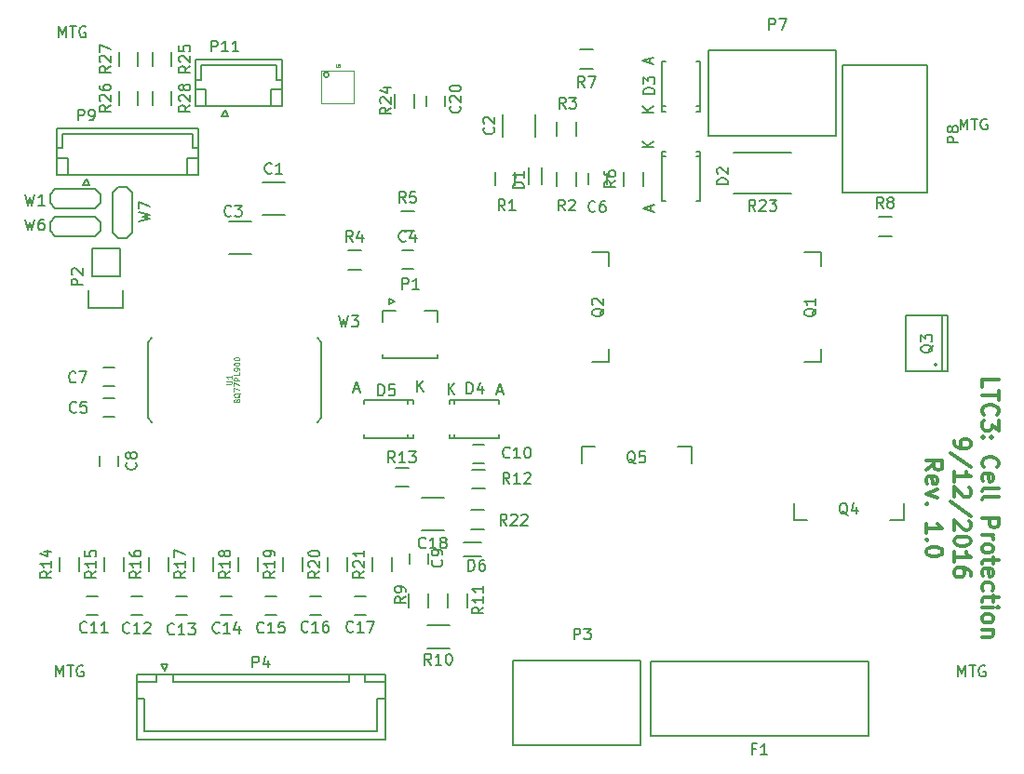
<source format=gbr>
G04 #@! TF.FileFunction,Legend,Top*
%FSLAX46Y46*%
G04 Gerber Fmt 4.6, Leading zero omitted, Abs format (unit mm)*
G04 Created by KiCad (PCBNEW (2016-05-27 BZR 6836, Git 4441a4b)-product) date 09/13/16 14:21:55*
%MOMM*%
%LPD*%
G01*
G04 APERTURE LIST*
%ADD10C,0.100000*%
%ADD11C,0.300000*%
%ADD12C,0.150000*%
%ADD13C,0.062500*%
G04 APERTURE END LIST*
D10*
D11*
X191705428Y-98200000D02*
X191705428Y-97485714D01*
X193205428Y-97485714D01*
X193205428Y-98485714D02*
X193205428Y-99342857D01*
X191705428Y-98914285D02*
X193205428Y-98914285D01*
X191848285Y-100700000D02*
X191776857Y-100628571D01*
X191705428Y-100414285D01*
X191705428Y-100271428D01*
X191776857Y-100057142D01*
X191919714Y-99914285D01*
X192062571Y-99842857D01*
X192348285Y-99771428D01*
X192562571Y-99771428D01*
X192848285Y-99842857D01*
X192991142Y-99914285D01*
X193134000Y-100057142D01*
X193205428Y-100271428D01*
X193205428Y-100414285D01*
X193134000Y-100628571D01*
X193062571Y-100700000D01*
X193205428Y-101200000D02*
X193205428Y-102128571D01*
X192634000Y-101628571D01*
X192634000Y-101842857D01*
X192562571Y-101985714D01*
X192491142Y-102057142D01*
X192348285Y-102128571D01*
X191991142Y-102128571D01*
X191848285Y-102057142D01*
X191776857Y-101985714D01*
X191705428Y-101842857D01*
X191705428Y-101414285D01*
X191776857Y-101271428D01*
X191848285Y-101200000D01*
X191848285Y-102771428D02*
X191776857Y-102842857D01*
X191705428Y-102771428D01*
X191776857Y-102700000D01*
X191848285Y-102771428D01*
X191705428Y-102771428D01*
X192634000Y-102771428D02*
X192562571Y-102842857D01*
X192491142Y-102771428D01*
X192562571Y-102700000D01*
X192634000Y-102771428D01*
X192491142Y-102771428D01*
X191848285Y-105485714D02*
X191776857Y-105414285D01*
X191705428Y-105200000D01*
X191705428Y-105057142D01*
X191776857Y-104842857D01*
X191919714Y-104700000D01*
X192062571Y-104628571D01*
X192348285Y-104557142D01*
X192562571Y-104557142D01*
X192848285Y-104628571D01*
X192991142Y-104700000D01*
X193134000Y-104842857D01*
X193205428Y-105057142D01*
X193205428Y-105200000D01*
X193134000Y-105414285D01*
X193062571Y-105485714D01*
X191776857Y-106700000D02*
X191705428Y-106557142D01*
X191705428Y-106271428D01*
X191776857Y-106128571D01*
X191919714Y-106057142D01*
X192491142Y-106057142D01*
X192634000Y-106128571D01*
X192705428Y-106271428D01*
X192705428Y-106557142D01*
X192634000Y-106700000D01*
X192491142Y-106771428D01*
X192348285Y-106771428D01*
X192205428Y-106057142D01*
X191705428Y-107628571D02*
X191776857Y-107485714D01*
X191919714Y-107414285D01*
X193205428Y-107414285D01*
X191705428Y-108414285D02*
X191776857Y-108271428D01*
X191919714Y-108200000D01*
X193205428Y-108200000D01*
X191705428Y-110128571D02*
X193205428Y-110128571D01*
X193205428Y-110700000D01*
X193134000Y-110842857D01*
X193062571Y-110914285D01*
X192919714Y-110985714D01*
X192705428Y-110985714D01*
X192562571Y-110914285D01*
X192491142Y-110842857D01*
X192419714Y-110700000D01*
X192419714Y-110128571D01*
X191705428Y-111628571D02*
X192705428Y-111628571D01*
X192419714Y-111628571D02*
X192562571Y-111700000D01*
X192634000Y-111771428D01*
X192705428Y-111914285D01*
X192705428Y-112057142D01*
X191705428Y-112771428D02*
X191776857Y-112628571D01*
X191848285Y-112557142D01*
X191991142Y-112485714D01*
X192419714Y-112485714D01*
X192562571Y-112557142D01*
X192634000Y-112628571D01*
X192705428Y-112771428D01*
X192705428Y-112985714D01*
X192634000Y-113128571D01*
X192562571Y-113200000D01*
X192419714Y-113271428D01*
X191991142Y-113271428D01*
X191848285Y-113200000D01*
X191776857Y-113128571D01*
X191705428Y-112985714D01*
X191705428Y-112771428D01*
X192705428Y-113700000D02*
X192705428Y-114271428D01*
X193205428Y-113914285D02*
X191919714Y-113914285D01*
X191776857Y-113985714D01*
X191705428Y-114128571D01*
X191705428Y-114271428D01*
X191776857Y-115342857D02*
X191705428Y-115200000D01*
X191705428Y-114914285D01*
X191776857Y-114771428D01*
X191919714Y-114700000D01*
X192491142Y-114700000D01*
X192634000Y-114771428D01*
X192705428Y-114914285D01*
X192705428Y-115200000D01*
X192634000Y-115342857D01*
X192491142Y-115414285D01*
X192348285Y-115414285D01*
X192205428Y-114700000D01*
X191776857Y-116700000D02*
X191705428Y-116557142D01*
X191705428Y-116271428D01*
X191776857Y-116128571D01*
X191848285Y-116057142D01*
X191991142Y-115985714D01*
X192419714Y-115985714D01*
X192562571Y-116057142D01*
X192634000Y-116128571D01*
X192705428Y-116271428D01*
X192705428Y-116557142D01*
X192634000Y-116700000D01*
X192705428Y-117128571D02*
X192705428Y-117700000D01*
X193205428Y-117342857D02*
X191919714Y-117342857D01*
X191776857Y-117414285D01*
X191705428Y-117557142D01*
X191705428Y-117700000D01*
X191705428Y-118200000D02*
X192705428Y-118200000D01*
X193205428Y-118200000D02*
X193134000Y-118128571D01*
X193062571Y-118200000D01*
X193134000Y-118271428D01*
X193205428Y-118200000D01*
X193062571Y-118200000D01*
X191705428Y-119128571D02*
X191776857Y-118985714D01*
X191848285Y-118914285D01*
X191991142Y-118842857D01*
X192419714Y-118842857D01*
X192562571Y-118914285D01*
X192634000Y-118985714D01*
X192705428Y-119128571D01*
X192705428Y-119342857D01*
X192634000Y-119485714D01*
X192562571Y-119557142D01*
X192419714Y-119628571D01*
X191991142Y-119628571D01*
X191848285Y-119557142D01*
X191776857Y-119485714D01*
X191705428Y-119342857D01*
X191705428Y-119128571D01*
X192705428Y-120271428D02*
X191705428Y-120271428D01*
X192562571Y-120271428D02*
X192634000Y-120342857D01*
X192705428Y-120485714D01*
X192705428Y-120700000D01*
X192634000Y-120842857D01*
X192491142Y-120914285D01*
X191705428Y-120914285D01*
X189155428Y-103057142D02*
X189155428Y-103342857D01*
X189226857Y-103485714D01*
X189298285Y-103557142D01*
X189512571Y-103700000D01*
X189798285Y-103771428D01*
X190369714Y-103771428D01*
X190512571Y-103700000D01*
X190584000Y-103628571D01*
X190655428Y-103485714D01*
X190655428Y-103200000D01*
X190584000Y-103057142D01*
X190512571Y-102985714D01*
X190369714Y-102914285D01*
X190012571Y-102914285D01*
X189869714Y-102985714D01*
X189798285Y-103057142D01*
X189726857Y-103200000D01*
X189726857Y-103485714D01*
X189798285Y-103628571D01*
X189869714Y-103700000D01*
X190012571Y-103771428D01*
X190726857Y-105485714D02*
X188798285Y-104200000D01*
X189155428Y-106771428D02*
X189155428Y-105914285D01*
X189155428Y-106342857D02*
X190655428Y-106342857D01*
X190441142Y-106200000D01*
X190298285Y-106057142D01*
X190226857Y-105914285D01*
X190512571Y-107342857D02*
X190584000Y-107414285D01*
X190655428Y-107557142D01*
X190655428Y-107914285D01*
X190584000Y-108057142D01*
X190512571Y-108128571D01*
X190369714Y-108200000D01*
X190226857Y-108200000D01*
X190012571Y-108128571D01*
X189155428Y-107271428D01*
X189155428Y-108200000D01*
X190726857Y-109914285D02*
X188798285Y-108628571D01*
X190512571Y-110342857D02*
X190584000Y-110414285D01*
X190655428Y-110557142D01*
X190655428Y-110914285D01*
X190584000Y-111057142D01*
X190512571Y-111128571D01*
X190369714Y-111200000D01*
X190226857Y-111200000D01*
X190012571Y-111128571D01*
X189155428Y-110271428D01*
X189155428Y-111200000D01*
X190655428Y-112128571D02*
X190655428Y-112271428D01*
X190584000Y-112414285D01*
X190512571Y-112485714D01*
X190369714Y-112557142D01*
X190084000Y-112628571D01*
X189726857Y-112628571D01*
X189441142Y-112557142D01*
X189298285Y-112485714D01*
X189226857Y-112414285D01*
X189155428Y-112271428D01*
X189155428Y-112128571D01*
X189226857Y-111985714D01*
X189298285Y-111914285D01*
X189441142Y-111842857D01*
X189726857Y-111771428D01*
X190084000Y-111771428D01*
X190369714Y-111842857D01*
X190512571Y-111914285D01*
X190584000Y-111985714D01*
X190655428Y-112128571D01*
X189155428Y-114057142D02*
X189155428Y-113200000D01*
X189155428Y-113628571D02*
X190655428Y-113628571D01*
X190441142Y-113485714D01*
X190298285Y-113342857D01*
X190226857Y-113200000D01*
X190655428Y-115342857D02*
X190655428Y-115057142D01*
X190584000Y-114914285D01*
X190512571Y-114842857D01*
X190298285Y-114700000D01*
X190012571Y-114628571D01*
X189441142Y-114628571D01*
X189298285Y-114700000D01*
X189226857Y-114771428D01*
X189155428Y-114914285D01*
X189155428Y-115200000D01*
X189226857Y-115342857D01*
X189298285Y-115414285D01*
X189441142Y-115485714D01*
X189798285Y-115485714D01*
X189941142Y-115414285D01*
X190012571Y-115342857D01*
X190084000Y-115200000D01*
X190084000Y-114914285D01*
X190012571Y-114771428D01*
X189941142Y-114700000D01*
X189798285Y-114628571D01*
X186605428Y-105735714D02*
X187319714Y-105235714D01*
X186605428Y-104878571D02*
X188105428Y-104878571D01*
X188105428Y-105450000D01*
X188034000Y-105592857D01*
X187962571Y-105664285D01*
X187819714Y-105735714D01*
X187605428Y-105735714D01*
X187462571Y-105664285D01*
X187391142Y-105592857D01*
X187319714Y-105450000D01*
X187319714Y-104878571D01*
X186676857Y-106950000D02*
X186605428Y-106807142D01*
X186605428Y-106521428D01*
X186676857Y-106378571D01*
X186819714Y-106307142D01*
X187391142Y-106307142D01*
X187534000Y-106378571D01*
X187605428Y-106521428D01*
X187605428Y-106807142D01*
X187534000Y-106950000D01*
X187391142Y-107021428D01*
X187248285Y-107021428D01*
X187105428Y-106307142D01*
X187605428Y-107521428D02*
X186605428Y-107878571D01*
X187605428Y-108235714D01*
X186748285Y-108807142D02*
X186676857Y-108878571D01*
X186605428Y-108807142D01*
X186676857Y-108735714D01*
X186748285Y-108807142D01*
X186605428Y-108807142D01*
X186605428Y-111450000D02*
X186605428Y-110592857D01*
X186605428Y-111021428D02*
X188105428Y-111021428D01*
X187891142Y-110878571D01*
X187748285Y-110735714D01*
X187676857Y-110592857D01*
X186748285Y-112092857D02*
X186676857Y-112164285D01*
X186605428Y-112092857D01*
X186676857Y-112021428D01*
X186748285Y-112092857D01*
X186605428Y-112092857D01*
X188105428Y-113092857D02*
X188105428Y-113235714D01*
X188034000Y-113378571D01*
X187962571Y-113450000D01*
X187819714Y-113521428D01*
X187534000Y-113592857D01*
X187176857Y-113592857D01*
X186891142Y-113521428D01*
X186748285Y-113450000D01*
X186676857Y-113378571D01*
X186605428Y-113235714D01*
X186605428Y-113092857D01*
X186676857Y-112950000D01*
X186748285Y-112878571D01*
X186891142Y-112807142D01*
X187176857Y-112735714D01*
X187534000Y-112735714D01*
X187819714Y-112807142D01*
X187962571Y-112878571D01*
X188034000Y-112950000D01*
X188105428Y-113092857D01*
D12*
X114949000Y-67730000D02*
X114949000Y-68930000D01*
X113199000Y-68930000D02*
X113199000Y-67730000D01*
X116247000Y-68930000D02*
X116247000Y-67730000D01*
X117997000Y-67730000D02*
X117997000Y-68930000D01*
X116247000Y-72486000D02*
X116247000Y-71286000D01*
X117997000Y-71286000D02*
X117997000Y-72486000D01*
X114949000Y-71286000D02*
X114949000Y-72486000D01*
X113199000Y-72486000D02*
X113199000Y-71286000D01*
X139946000Y-85764000D02*
X138946000Y-85764000D01*
X138946000Y-87464000D02*
X139946000Y-87464000D01*
X111768000Y-100926000D02*
X112768000Y-100926000D01*
X112768000Y-99226000D02*
X111768000Y-99226000D01*
X155868000Y-78732000D02*
X155868000Y-79732000D01*
X157568000Y-79732000D02*
X157568000Y-78732000D01*
X111768000Y-98132000D02*
X112768000Y-98132000D01*
X112768000Y-96432000D02*
X111768000Y-96432000D01*
X113118000Y-105402000D02*
X113118000Y-104402000D01*
X111418000Y-104402000D02*
X111418000Y-105402000D01*
X141312000Y-114292000D02*
X141312000Y-113292000D01*
X139612000Y-113292000D02*
X139612000Y-114292000D01*
X145384000Y-105150000D02*
X146384000Y-105150000D01*
X146384000Y-103450000D02*
X145384000Y-103450000D01*
X111244000Y-117260000D02*
X110244000Y-117260000D01*
X110244000Y-118960000D02*
X111244000Y-118960000D01*
X115308000Y-117260000D02*
X114308000Y-117260000D01*
X114308000Y-118960000D02*
X115308000Y-118960000D01*
X119372000Y-117260000D02*
X118372000Y-117260000D01*
X118372000Y-118960000D02*
X119372000Y-118960000D01*
X123436000Y-117260000D02*
X122436000Y-117260000D01*
X122436000Y-118960000D02*
X123436000Y-118960000D01*
X127500000Y-117260000D02*
X126500000Y-117260000D01*
X126500000Y-118960000D02*
X127500000Y-118960000D01*
X131564000Y-117260000D02*
X130564000Y-117260000D01*
X130564000Y-118960000D02*
X131564000Y-118960000D01*
X135628000Y-117260000D02*
X134628000Y-117260000D01*
X134628000Y-118960000D02*
X135628000Y-118960000D01*
X141136000Y-71636000D02*
X141136000Y-72636000D01*
X142836000Y-72636000D02*
X142836000Y-71636000D01*
X162587940Y-77194860D02*
X162938460Y-77194860D01*
X166088060Y-77194860D02*
X165737540Y-77194860D01*
X162587940Y-81244440D02*
X162938460Y-81244440D01*
X162587940Y-76743560D02*
X162938460Y-76743560D01*
X166088060Y-76743560D02*
X165737540Y-76743560D01*
X166088060Y-81244440D02*
X165737540Y-81244440D01*
X162587940Y-76743560D02*
X162587940Y-81244440D01*
X166088060Y-76743560D02*
X166088060Y-81244440D01*
X166088060Y-72632120D02*
X165737540Y-72632120D01*
X162587940Y-72632120D02*
X162938460Y-72632120D01*
X166088060Y-68582540D02*
X165737540Y-68582540D01*
X166088060Y-73083420D02*
X165737540Y-73083420D01*
X162587940Y-73083420D02*
X162938460Y-73083420D01*
X162587940Y-68582540D02*
X162938460Y-68582540D01*
X166088060Y-73083420D02*
X166088060Y-68582540D01*
X162587940Y-73083420D02*
X162587940Y-68582540D01*
X143709840Y-102842060D02*
X143709840Y-102491540D01*
X143709840Y-99341940D02*
X143709840Y-99692460D01*
X147759420Y-102842060D02*
X147759420Y-102491540D01*
X143258540Y-102842060D02*
X143258540Y-102491540D01*
X143258540Y-99341940D02*
X143258540Y-99692460D01*
X147759420Y-99341940D02*
X147759420Y-99692460D01*
X143258540Y-102842060D02*
X147759420Y-102842060D01*
X143258540Y-99341940D02*
X147759420Y-99341940D01*
X139500160Y-99341940D02*
X139500160Y-99692460D01*
X139500160Y-102842060D02*
X139500160Y-102491540D01*
X135450580Y-99341940D02*
X135450580Y-99692460D01*
X139951460Y-99341940D02*
X139951460Y-99692460D01*
X139951460Y-102842060D02*
X139951460Y-102491540D01*
X135450580Y-102842060D02*
X135450580Y-102491540D01*
X139951460Y-99341940D02*
X135450580Y-99341940D01*
X139951460Y-102842060D02*
X135450580Y-102842060D01*
X161544000Y-123190000D02*
X181356000Y-123190000D01*
X161544000Y-129921000D02*
X161544000Y-123190000D01*
X181356000Y-129921000D02*
X161544000Y-129921000D01*
X181356000Y-123190000D02*
X181356000Y-129921000D01*
X137200000Y-95214500D02*
X137200000Y-95514500D01*
X137200000Y-95514500D02*
X142200000Y-95514500D01*
X142200000Y-95514500D02*
X142200000Y-95214500D01*
X137200000Y-92214500D02*
X137200000Y-91214500D01*
X137200000Y-91214500D02*
X138400000Y-91214500D01*
X142200000Y-92214500D02*
X142200000Y-91214500D01*
X142200000Y-91214500D02*
X141000000Y-91214500D01*
X138300000Y-90414500D02*
X137800000Y-90164500D01*
X137800000Y-90164500D02*
X137800000Y-90664500D01*
X137800000Y-90664500D02*
X138300000Y-90414500D01*
X110744000Y-88138000D02*
X110744000Y-85598000D01*
X110464000Y-90958000D02*
X110464000Y-89408000D01*
X110744000Y-88138000D02*
X113284000Y-88138000D01*
X113564000Y-89408000D02*
X113564000Y-90958000D01*
X113564000Y-90958000D02*
X110464000Y-90958000D01*
X113284000Y-88138000D02*
X113284000Y-85598000D01*
X113284000Y-85598000D02*
X110744000Y-85598000D01*
X114798000Y-124296000D02*
X114798000Y-130246000D01*
X114798000Y-130246000D02*
X137398000Y-130246000D01*
X137398000Y-130246000D02*
X137398000Y-124296000D01*
X137398000Y-124296000D02*
X114798000Y-124296000D01*
X118098000Y-124296000D02*
X118098000Y-125046000D01*
X118098000Y-125046000D02*
X134098000Y-125046000D01*
X134098000Y-125046000D02*
X134098000Y-124296000D01*
X134098000Y-124296000D02*
X118098000Y-124296000D01*
X114798000Y-124296000D02*
X114798000Y-125046000D01*
X114798000Y-125046000D02*
X116598000Y-125046000D01*
X116598000Y-125046000D02*
X116598000Y-124296000D01*
X116598000Y-124296000D02*
X114798000Y-124296000D01*
X135598000Y-124296000D02*
X135598000Y-125046000D01*
X135598000Y-125046000D02*
X137398000Y-125046000D01*
X137398000Y-125046000D02*
X137398000Y-124296000D01*
X137398000Y-124296000D02*
X135598000Y-124296000D01*
X114798000Y-126546000D02*
X115548000Y-126546000D01*
X115548000Y-126546000D02*
X115548000Y-129496000D01*
X115548000Y-129496000D02*
X126098000Y-129496000D01*
X137398000Y-126546000D02*
X136648000Y-126546000D01*
X136648000Y-126546000D02*
X136648000Y-129496000D01*
X136648000Y-129496000D02*
X126098000Y-129496000D01*
X117348000Y-123996000D02*
X117048000Y-123396000D01*
X117048000Y-123396000D02*
X117648000Y-123396000D01*
X117648000Y-123396000D02*
X117348000Y-123996000D01*
X177078000Y-85932000D02*
X177078000Y-87182000D01*
X177078000Y-85932000D02*
X175578000Y-85932000D01*
X177078000Y-95932000D02*
X175578000Y-95932000D01*
X177078000Y-95932000D02*
X177078000Y-94682000D01*
X157774000Y-85932000D02*
X157774000Y-87182000D01*
X157774000Y-85932000D02*
X156274000Y-85932000D01*
X157774000Y-95932000D02*
X156274000Y-95932000D01*
X157774000Y-95932000D02*
X157774000Y-94682000D01*
X187579000Y-96139000D02*
G75*
G03X187579000Y-96139000I-127000J0D01*
G01*
X188087000Y-96774000D02*
X188087000Y-91694000D01*
X184785000Y-96774000D02*
X184785000Y-91694000D01*
X188595000Y-96774000D02*
X188595000Y-91694000D01*
X188595000Y-96774000D02*
X184785000Y-96774000D01*
X188595000Y-91694000D02*
X184785000Y-91694000D01*
X184578000Y-110276000D02*
X183328000Y-110276000D01*
X184578000Y-110276000D02*
X184578000Y-108776000D01*
X174578000Y-110276000D02*
X174578000Y-108776000D01*
X174578000Y-110276000D02*
X175828000Y-110276000D01*
X155274000Y-103592000D02*
X156524000Y-103592000D01*
X155274000Y-103592000D02*
X155274000Y-105092000D01*
X165274000Y-103592000D02*
X165274000Y-105092000D01*
X165274000Y-103592000D02*
X164024000Y-103592000D01*
X149211000Y-78582000D02*
X149211000Y-79782000D01*
X147461000Y-79782000D02*
X147461000Y-78582000D01*
X154799000Y-78648000D02*
X154799000Y-79848000D01*
X153049000Y-79848000D02*
X153049000Y-78648000D01*
X154799000Y-74076000D02*
X154799000Y-75276000D01*
X153049000Y-75276000D02*
X153049000Y-74076000D01*
X135220000Y-87489000D02*
X134020000Y-87489000D01*
X134020000Y-85739000D02*
X135220000Y-85739000D01*
X140046000Y-83933000D02*
X138846000Y-83933000D01*
X138846000Y-82183000D02*
X140046000Y-82183000D01*
X160895000Y-78648000D02*
X160895000Y-79848000D01*
X159145000Y-79848000D02*
X159145000Y-78648000D01*
X155102000Y-67451000D02*
X156302000Y-67451000D01*
X156302000Y-69201000D02*
X155102000Y-69201000D01*
X183480000Y-84441000D02*
X182280000Y-84441000D01*
X182280000Y-82691000D02*
X183480000Y-82691000D01*
X139587000Y-118202000D02*
X139587000Y-117002000D01*
X141337000Y-117002000D02*
X141337000Y-118202000D01*
X143143000Y-118202000D02*
X143143000Y-117002000D01*
X144893000Y-117002000D02*
X144893000Y-118202000D01*
X145284000Y-105675000D02*
X146484000Y-105675000D01*
X146484000Y-107425000D02*
X145284000Y-107425000D01*
X138334000Y-105525000D02*
X139534000Y-105525000D01*
X139534000Y-107275000D02*
X138334000Y-107275000D01*
X109587000Y-113700000D02*
X109587000Y-114900000D01*
X107837000Y-114900000D02*
X107837000Y-113700000D01*
X113651000Y-113700000D02*
X113651000Y-114900000D01*
X111901000Y-114900000D02*
X111901000Y-113700000D01*
X117715000Y-113700000D02*
X117715000Y-114900000D01*
X115965000Y-114900000D02*
X115965000Y-113700000D01*
X121779000Y-113700000D02*
X121779000Y-114900000D01*
X120029000Y-114900000D02*
X120029000Y-113700000D01*
X125843000Y-113700000D02*
X125843000Y-114900000D01*
X124093000Y-114900000D02*
X124093000Y-113700000D01*
X129907000Y-113700000D02*
X129907000Y-114900000D01*
X128157000Y-114900000D02*
X128157000Y-113700000D01*
X133971000Y-113700000D02*
X133971000Y-114900000D01*
X132221000Y-114900000D02*
X132221000Y-113700000D01*
X138035000Y-113700000D02*
X138035000Y-114900000D01*
X136285000Y-114900000D02*
X136285000Y-113700000D01*
X145196000Y-109361000D02*
X146396000Y-109361000D01*
X146396000Y-111111000D02*
X145196000Y-111111000D01*
X140067000Y-71536000D02*
X140067000Y-72736000D01*
X138317000Y-72736000D02*
X138317000Y-71536000D01*
X116173000Y-93661000D02*
X115823000Y-94136000D01*
X115823000Y-94136000D02*
X115823000Y-100936000D01*
X115823000Y-100936000D02*
X116173000Y-101386000D01*
X131223000Y-93661000D02*
X131573000Y-94136000D01*
X131573000Y-94136000D02*
X131573000Y-100936000D01*
X131573000Y-100936000D02*
X131223000Y-101411000D01*
X132274254Y-69756000D02*
G75*
G03X132274254Y-69756000I-228254J0D01*
G01*
D10*
X134598500Y-69363500D02*
X134598500Y-72363500D01*
X134598500Y-72363500D02*
X131598500Y-72363500D01*
X131598500Y-72363500D02*
X131598500Y-69363500D01*
X131598500Y-69363500D02*
X134598500Y-69363500D01*
D12*
X107420000Y-80126000D02*
X111020000Y-80126000D01*
X111020000Y-80126000D02*
X111520000Y-80626000D01*
X111520000Y-80626000D02*
X111520000Y-81426000D01*
X111520000Y-81426000D02*
X111020000Y-81926000D01*
X111020000Y-81926000D02*
X107420000Y-81926000D01*
X107420000Y-81926000D02*
X106920000Y-81426000D01*
X106920000Y-81426000D02*
X106920000Y-80626000D01*
X106920000Y-80626000D02*
X107420000Y-80126000D01*
X107420000Y-82666000D02*
X111020000Y-82666000D01*
X111020000Y-82666000D02*
X111520000Y-83166000D01*
X111520000Y-83166000D02*
X111520000Y-83966000D01*
X111520000Y-83966000D02*
X111020000Y-84466000D01*
X111020000Y-84466000D02*
X107420000Y-84466000D01*
X107420000Y-84466000D02*
X106920000Y-83966000D01*
X106920000Y-83966000D02*
X106920000Y-83166000D01*
X106920000Y-83166000D02*
X107420000Y-82666000D01*
X112638000Y-84096000D02*
X112638000Y-80496000D01*
X112638000Y-80496000D02*
X113138000Y-79996000D01*
X113138000Y-79996000D02*
X113938000Y-79996000D01*
X113938000Y-79996000D02*
X114438000Y-80496000D01*
X114438000Y-80496000D02*
X114438000Y-84096000D01*
X114438000Y-84096000D02*
X113938000Y-84596000D01*
X113938000Y-84596000D02*
X113138000Y-84596000D01*
X113138000Y-84596000D02*
X112638000Y-84096000D01*
X128254000Y-79551000D02*
X126254000Y-79551000D01*
X126254000Y-82501000D02*
X128254000Y-82501000D01*
X148131000Y-73398000D02*
X148131000Y-75398000D01*
X151081000Y-75398000D02*
X151081000Y-73398000D01*
X125206000Y-83107000D02*
X123206000Y-83107000D01*
X123206000Y-86057000D02*
X125206000Y-86057000D01*
X140734000Y-111175000D02*
X142734000Y-111175000D01*
X142734000Y-108225000D02*
X140734000Y-108225000D01*
X143240000Y-121979000D02*
X141240000Y-121979000D01*
X141240000Y-119829000D02*
X143240000Y-119829000D01*
X174334000Y-80525000D02*
X169134000Y-80525000D01*
X169134000Y-76875000D02*
X174334000Y-76875000D01*
X107536000Y-74654000D02*
X107536000Y-78854000D01*
X107536000Y-78854000D02*
X120436000Y-78854000D01*
X120436000Y-78854000D02*
X120436000Y-74654000D01*
X120436000Y-74654000D02*
X107536000Y-74654000D01*
X107536000Y-76454000D02*
X108036000Y-76454000D01*
X108036000Y-76454000D02*
X108036000Y-75154000D01*
X108036000Y-75154000D02*
X119936000Y-75154000D01*
X119936000Y-75154000D02*
X119936000Y-76454000D01*
X119936000Y-76454000D02*
X120436000Y-76454000D01*
X107536000Y-77354000D02*
X108536000Y-77354000D01*
X108536000Y-77354000D02*
X108536000Y-78854000D01*
X120436000Y-77354000D02*
X119436000Y-77354000D01*
X119436000Y-77354000D02*
X119436000Y-78854000D01*
X110236000Y-79204000D02*
X109936000Y-79804000D01*
X109936000Y-79804000D02*
X110536000Y-79804000D01*
X110536000Y-79804000D02*
X110236000Y-79204000D01*
X151684000Y-79750000D02*
X151684000Y-78200000D01*
X150484000Y-79750000D02*
X150484000Y-78200000D01*
X146134000Y-112350000D02*
X144584000Y-112350000D01*
X146134000Y-113550000D02*
X144584000Y-113550000D01*
X120134000Y-68400000D02*
X120134000Y-72600000D01*
X120134000Y-72600000D02*
X128034000Y-72600000D01*
X128034000Y-72600000D02*
X128034000Y-68400000D01*
X128034000Y-68400000D02*
X120134000Y-68400000D01*
X120134000Y-70200000D02*
X120634000Y-70200000D01*
X120634000Y-70200000D02*
X120634000Y-68900000D01*
X120634000Y-68900000D02*
X127534000Y-68900000D01*
X127534000Y-68900000D02*
X127534000Y-70200000D01*
X127534000Y-70200000D02*
X128034000Y-70200000D01*
X120134000Y-71100000D02*
X121134000Y-71100000D01*
X121134000Y-71100000D02*
X121134000Y-72600000D01*
X128034000Y-71100000D02*
X127034000Y-71100000D01*
X127034000Y-71100000D02*
X127034000Y-72600000D01*
X122834000Y-72950000D02*
X122534000Y-73550000D01*
X122534000Y-73550000D02*
X123134000Y-73550000D01*
X123134000Y-73550000D02*
X122834000Y-72950000D01*
X166784000Y-67550000D02*
X166784000Y-75300000D01*
X178384000Y-67550000D02*
X178384000Y-75300000D01*
X166784000Y-67550000D02*
X178384000Y-67550000D01*
X166784000Y-75300000D02*
X178384000Y-75300000D01*
X186734000Y-68900000D02*
X178984000Y-68900000D01*
X186734000Y-80500000D02*
X178984000Y-80500000D01*
X186734000Y-68900000D02*
X186734000Y-80500000D01*
X178984000Y-68900000D02*
X178984000Y-80500000D01*
X149034000Y-123050000D02*
X149034000Y-130800000D01*
X160634000Y-123050000D02*
X160634000Y-130800000D01*
X149034000Y-123050000D02*
X160634000Y-123050000D01*
X149034000Y-130800000D02*
X160634000Y-130800000D01*
X112426380Y-68972857D02*
X111950190Y-69306190D01*
X112426380Y-69544285D02*
X111426380Y-69544285D01*
X111426380Y-69163333D01*
X111474000Y-69068095D01*
X111521619Y-69020476D01*
X111616857Y-68972857D01*
X111759714Y-68972857D01*
X111854952Y-69020476D01*
X111902571Y-69068095D01*
X111950190Y-69163333D01*
X111950190Y-69544285D01*
X111521619Y-68591904D02*
X111474000Y-68544285D01*
X111426380Y-68449047D01*
X111426380Y-68210952D01*
X111474000Y-68115714D01*
X111521619Y-68068095D01*
X111616857Y-68020476D01*
X111712095Y-68020476D01*
X111854952Y-68068095D01*
X112426380Y-68639523D01*
X112426380Y-68020476D01*
X111426380Y-67687142D02*
X111426380Y-67020476D01*
X112426380Y-67449047D01*
X119674380Y-68972857D02*
X119198190Y-69306190D01*
X119674380Y-69544285D02*
X118674380Y-69544285D01*
X118674380Y-69163333D01*
X118722000Y-69068095D01*
X118769619Y-69020476D01*
X118864857Y-68972857D01*
X119007714Y-68972857D01*
X119102952Y-69020476D01*
X119150571Y-69068095D01*
X119198190Y-69163333D01*
X119198190Y-69544285D01*
X118769619Y-68591904D02*
X118722000Y-68544285D01*
X118674380Y-68449047D01*
X118674380Y-68210952D01*
X118722000Y-68115714D01*
X118769619Y-68068095D01*
X118864857Y-68020476D01*
X118960095Y-68020476D01*
X119102952Y-68068095D01*
X119674380Y-68639523D01*
X119674380Y-68020476D01*
X118674380Y-67115714D02*
X118674380Y-67591904D01*
X119150571Y-67639523D01*
X119102952Y-67591904D01*
X119055333Y-67496666D01*
X119055333Y-67258571D01*
X119102952Y-67163333D01*
X119150571Y-67115714D01*
X119245809Y-67068095D01*
X119483904Y-67068095D01*
X119579142Y-67115714D01*
X119626761Y-67163333D01*
X119674380Y-67258571D01*
X119674380Y-67496666D01*
X119626761Y-67591904D01*
X119579142Y-67639523D01*
X119674380Y-72528857D02*
X119198190Y-72862190D01*
X119674380Y-73100285D02*
X118674380Y-73100285D01*
X118674380Y-72719333D01*
X118722000Y-72624095D01*
X118769619Y-72576476D01*
X118864857Y-72528857D01*
X119007714Y-72528857D01*
X119102952Y-72576476D01*
X119150571Y-72624095D01*
X119198190Y-72719333D01*
X119198190Y-73100285D01*
X118769619Y-72147904D02*
X118722000Y-72100285D01*
X118674380Y-72005047D01*
X118674380Y-71766952D01*
X118722000Y-71671714D01*
X118769619Y-71624095D01*
X118864857Y-71576476D01*
X118960095Y-71576476D01*
X119102952Y-71624095D01*
X119674380Y-72195523D01*
X119674380Y-71576476D01*
X119102952Y-71005047D02*
X119055333Y-71100285D01*
X119007714Y-71147904D01*
X118912476Y-71195523D01*
X118864857Y-71195523D01*
X118769619Y-71147904D01*
X118722000Y-71100285D01*
X118674380Y-71005047D01*
X118674380Y-70814571D01*
X118722000Y-70719333D01*
X118769619Y-70671714D01*
X118864857Y-70624095D01*
X118912476Y-70624095D01*
X119007714Y-70671714D01*
X119055333Y-70719333D01*
X119102952Y-70814571D01*
X119102952Y-71005047D01*
X119150571Y-71100285D01*
X119198190Y-71147904D01*
X119293428Y-71195523D01*
X119483904Y-71195523D01*
X119579142Y-71147904D01*
X119626761Y-71100285D01*
X119674380Y-71005047D01*
X119674380Y-70814571D01*
X119626761Y-70719333D01*
X119579142Y-70671714D01*
X119483904Y-70624095D01*
X119293428Y-70624095D01*
X119198190Y-70671714D01*
X119150571Y-70719333D01*
X119102952Y-70814571D01*
X112426380Y-72528857D02*
X111950190Y-72862190D01*
X112426380Y-73100285D02*
X111426380Y-73100285D01*
X111426380Y-72719333D01*
X111474000Y-72624095D01*
X111521619Y-72576476D01*
X111616857Y-72528857D01*
X111759714Y-72528857D01*
X111854952Y-72576476D01*
X111902571Y-72624095D01*
X111950190Y-72719333D01*
X111950190Y-73100285D01*
X111521619Y-72147904D02*
X111474000Y-72100285D01*
X111426380Y-72005047D01*
X111426380Y-71766952D01*
X111474000Y-71671714D01*
X111521619Y-71624095D01*
X111616857Y-71576476D01*
X111712095Y-71576476D01*
X111854952Y-71624095D01*
X112426380Y-72195523D01*
X112426380Y-71576476D01*
X111426380Y-70719333D02*
X111426380Y-70909809D01*
X111474000Y-71005047D01*
X111521619Y-71052666D01*
X111664476Y-71147904D01*
X111854952Y-71195523D01*
X112235904Y-71195523D01*
X112331142Y-71147904D01*
X112378761Y-71100285D01*
X112426380Y-71005047D01*
X112426380Y-70814571D01*
X112378761Y-70719333D01*
X112331142Y-70671714D01*
X112235904Y-70624095D01*
X111997809Y-70624095D01*
X111902571Y-70671714D01*
X111854952Y-70719333D01*
X111807333Y-70814571D01*
X111807333Y-71005047D01*
X111854952Y-71100285D01*
X111902571Y-71147904D01*
X111997809Y-71195523D01*
X189719714Y-74752380D02*
X189719714Y-73752380D01*
X190053047Y-74466666D01*
X190386380Y-73752380D01*
X190386380Y-74752380D01*
X190719714Y-73752380D02*
X191291142Y-73752380D01*
X191005428Y-74752380D02*
X191005428Y-73752380D01*
X192148285Y-73800000D02*
X192053047Y-73752380D01*
X191910190Y-73752380D01*
X191767333Y-73800000D01*
X191672095Y-73895238D01*
X191624476Y-73990476D01*
X191576857Y-74180952D01*
X191576857Y-74323809D01*
X191624476Y-74514285D01*
X191672095Y-74609523D01*
X191767333Y-74704761D01*
X191910190Y-74752380D01*
X192005428Y-74752380D01*
X192148285Y-74704761D01*
X192195904Y-74657142D01*
X192195904Y-74323809D01*
X192005428Y-74323809D01*
X107497714Y-124531380D02*
X107497714Y-123531380D01*
X107831047Y-124245666D01*
X108164380Y-123531380D01*
X108164380Y-124531380D01*
X108497714Y-123531380D02*
X109069142Y-123531380D01*
X108783428Y-124531380D02*
X108783428Y-123531380D01*
X109926285Y-123579000D02*
X109831047Y-123531380D01*
X109688190Y-123531380D01*
X109545333Y-123579000D01*
X109450095Y-123674238D01*
X109402476Y-123769476D01*
X109354857Y-123959952D01*
X109354857Y-124102809D01*
X109402476Y-124293285D01*
X109450095Y-124388523D01*
X109545333Y-124483761D01*
X109688190Y-124531380D01*
X109783428Y-124531380D01*
X109926285Y-124483761D01*
X109973904Y-124436142D01*
X109973904Y-124102809D01*
X109783428Y-124102809D01*
X139279333Y-84871142D02*
X139231714Y-84918761D01*
X139088857Y-84966380D01*
X138993619Y-84966380D01*
X138850761Y-84918761D01*
X138755523Y-84823523D01*
X138707904Y-84728285D01*
X138660285Y-84537809D01*
X138660285Y-84394952D01*
X138707904Y-84204476D01*
X138755523Y-84109238D01*
X138850761Y-84014000D01*
X138993619Y-83966380D01*
X139088857Y-83966380D01*
X139231714Y-84014000D01*
X139279333Y-84061619D01*
X140136476Y-84299714D02*
X140136476Y-84966380D01*
X139898380Y-83918761D02*
X139660285Y-84633047D01*
X140279333Y-84633047D01*
X109320033Y-100420442D02*
X109272414Y-100468061D01*
X109129557Y-100515680D01*
X109034319Y-100515680D01*
X108891461Y-100468061D01*
X108796223Y-100372823D01*
X108748604Y-100277585D01*
X108700985Y-100087109D01*
X108700985Y-99944252D01*
X108748604Y-99753776D01*
X108796223Y-99658538D01*
X108891461Y-99563300D01*
X109034319Y-99515680D01*
X109129557Y-99515680D01*
X109272414Y-99563300D01*
X109320033Y-99610919D01*
X110224795Y-99515680D02*
X109748604Y-99515680D01*
X109700985Y-99991871D01*
X109748604Y-99944252D01*
X109843842Y-99896633D01*
X110081938Y-99896633D01*
X110177176Y-99944252D01*
X110224795Y-99991871D01*
X110272414Y-100087109D01*
X110272414Y-100325204D01*
X110224795Y-100420442D01*
X110177176Y-100468061D01*
X110081938Y-100515680D01*
X109843842Y-100515680D01*
X109748604Y-100468061D01*
X109700985Y-100420442D01*
X156525933Y-82145142D02*
X156478314Y-82192761D01*
X156335457Y-82240380D01*
X156240219Y-82240380D01*
X156097361Y-82192761D01*
X156002123Y-82097523D01*
X155954504Y-82002285D01*
X155906885Y-81811809D01*
X155906885Y-81668952D01*
X155954504Y-81478476D01*
X156002123Y-81383238D01*
X156097361Y-81288000D01*
X156240219Y-81240380D01*
X156335457Y-81240380D01*
X156478314Y-81288000D01*
X156525933Y-81335619D01*
X157383076Y-81240380D02*
X157192600Y-81240380D01*
X157097361Y-81288000D01*
X157049742Y-81335619D01*
X156954504Y-81478476D01*
X156906885Y-81668952D01*
X156906885Y-82049904D01*
X156954504Y-82145142D01*
X157002123Y-82192761D01*
X157097361Y-82240380D01*
X157287838Y-82240380D01*
X157383076Y-82192761D01*
X157430695Y-82145142D01*
X157478314Y-82049904D01*
X157478314Y-81811809D01*
X157430695Y-81716571D01*
X157383076Y-81668952D01*
X157287838Y-81621333D01*
X157097361Y-81621333D01*
X157002123Y-81668952D01*
X156954504Y-81716571D01*
X156906885Y-81811809D01*
X109269233Y-97677242D02*
X109221614Y-97724861D01*
X109078757Y-97772480D01*
X108983519Y-97772480D01*
X108840661Y-97724861D01*
X108745423Y-97629623D01*
X108697804Y-97534385D01*
X108650185Y-97343909D01*
X108650185Y-97201052D01*
X108697804Y-97010576D01*
X108745423Y-96915338D01*
X108840661Y-96820100D01*
X108983519Y-96772480D01*
X109078757Y-96772480D01*
X109221614Y-96820100D01*
X109269233Y-96867719D01*
X109602566Y-96772480D02*
X110269233Y-96772480D01*
X109840661Y-97772480D01*
X114725142Y-105068666D02*
X114772761Y-105116285D01*
X114820380Y-105259142D01*
X114820380Y-105354380D01*
X114772761Y-105497238D01*
X114677523Y-105592476D01*
X114582285Y-105640095D01*
X114391809Y-105687714D01*
X114248952Y-105687714D01*
X114058476Y-105640095D01*
X113963238Y-105592476D01*
X113868000Y-105497238D01*
X113820380Y-105354380D01*
X113820380Y-105259142D01*
X113868000Y-105116285D01*
X113915619Y-105068666D01*
X114248952Y-104497238D02*
X114201333Y-104592476D01*
X114153714Y-104640095D01*
X114058476Y-104687714D01*
X114010857Y-104687714D01*
X113915619Y-104640095D01*
X113868000Y-104592476D01*
X113820380Y-104497238D01*
X113820380Y-104306761D01*
X113868000Y-104211523D01*
X113915619Y-104163904D01*
X114010857Y-104116285D01*
X114058476Y-104116285D01*
X114153714Y-104163904D01*
X114201333Y-104211523D01*
X114248952Y-104306761D01*
X114248952Y-104497238D01*
X114296571Y-104592476D01*
X114344190Y-104640095D01*
X114439428Y-104687714D01*
X114629904Y-104687714D01*
X114725142Y-104640095D01*
X114772761Y-104592476D01*
X114820380Y-104497238D01*
X114820380Y-104306761D01*
X114772761Y-104211523D01*
X114725142Y-104163904D01*
X114629904Y-104116285D01*
X114439428Y-104116285D01*
X114344190Y-104163904D01*
X114296571Y-104211523D01*
X114248952Y-104306761D01*
X142546342Y-113920566D02*
X142593961Y-113968185D01*
X142641580Y-114111042D01*
X142641580Y-114206280D01*
X142593961Y-114349138D01*
X142498723Y-114444376D01*
X142403485Y-114491995D01*
X142213009Y-114539614D01*
X142070152Y-114539614D01*
X141879676Y-114491995D01*
X141784438Y-114444376D01*
X141689200Y-114349138D01*
X141641580Y-114206280D01*
X141641580Y-114111042D01*
X141689200Y-113968185D01*
X141736819Y-113920566D01*
X142641580Y-113444376D02*
X142641580Y-113253900D01*
X142593961Y-113158661D01*
X142546342Y-113111042D01*
X142403485Y-113015804D01*
X142213009Y-112968185D01*
X141832057Y-112968185D01*
X141736819Y-113015804D01*
X141689200Y-113063423D01*
X141641580Y-113158661D01*
X141641580Y-113349138D01*
X141689200Y-113444376D01*
X141736819Y-113491995D01*
X141832057Y-113539614D01*
X142070152Y-113539614D01*
X142165390Y-113491995D01*
X142213009Y-113444376D01*
X142260628Y-113349138D01*
X142260628Y-113158661D01*
X142213009Y-113063423D01*
X142165390Y-113015804D01*
X142070152Y-112968185D01*
X148749642Y-104555542D02*
X148702023Y-104603161D01*
X148559166Y-104650780D01*
X148463928Y-104650780D01*
X148321071Y-104603161D01*
X148225833Y-104507923D01*
X148178214Y-104412685D01*
X148130595Y-104222209D01*
X148130595Y-104079352D01*
X148178214Y-103888876D01*
X148225833Y-103793638D01*
X148321071Y-103698400D01*
X148463928Y-103650780D01*
X148559166Y-103650780D01*
X148702023Y-103698400D01*
X148749642Y-103746019D01*
X149702023Y-104650780D02*
X149130595Y-104650780D01*
X149416309Y-104650780D02*
X149416309Y-103650780D01*
X149321071Y-103793638D01*
X149225833Y-103888876D01*
X149130595Y-103936495D01*
X150321071Y-103650780D02*
X150416309Y-103650780D01*
X150511547Y-103698400D01*
X150559166Y-103746019D01*
X150606785Y-103841257D01*
X150654404Y-104031733D01*
X150654404Y-104269828D01*
X150606785Y-104460304D01*
X150559166Y-104555542D01*
X150511547Y-104603161D01*
X150416309Y-104650780D01*
X150321071Y-104650780D01*
X150225833Y-104603161D01*
X150178214Y-104555542D01*
X150130595Y-104460304D01*
X150082976Y-104269828D01*
X150082976Y-104031733D01*
X150130595Y-103841257D01*
X150178214Y-103746019D01*
X150225833Y-103698400D01*
X150321071Y-103650780D01*
X110266242Y-120448342D02*
X110218623Y-120495961D01*
X110075766Y-120543580D01*
X109980528Y-120543580D01*
X109837671Y-120495961D01*
X109742433Y-120400723D01*
X109694814Y-120305485D01*
X109647195Y-120115009D01*
X109647195Y-119972152D01*
X109694814Y-119781676D01*
X109742433Y-119686438D01*
X109837671Y-119591200D01*
X109980528Y-119543580D01*
X110075766Y-119543580D01*
X110218623Y-119591200D01*
X110266242Y-119638819D01*
X111218623Y-120543580D02*
X110647195Y-120543580D01*
X110932909Y-120543580D02*
X110932909Y-119543580D01*
X110837671Y-119686438D01*
X110742433Y-119781676D01*
X110647195Y-119829295D01*
X112171004Y-120543580D02*
X111599576Y-120543580D01*
X111885290Y-120543580D02*
X111885290Y-119543580D01*
X111790052Y-119686438D01*
X111694814Y-119781676D01*
X111599576Y-119829295D01*
X114165142Y-120511842D02*
X114117523Y-120559461D01*
X113974666Y-120607080D01*
X113879428Y-120607080D01*
X113736571Y-120559461D01*
X113641333Y-120464223D01*
X113593714Y-120368985D01*
X113546095Y-120178509D01*
X113546095Y-120035652D01*
X113593714Y-119845176D01*
X113641333Y-119749938D01*
X113736571Y-119654700D01*
X113879428Y-119607080D01*
X113974666Y-119607080D01*
X114117523Y-119654700D01*
X114165142Y-119702319D01*
X115117523Y-120607080D02*
X114546095Y-120607080D01*
X114831809Y-120607080D02*
X114831809Y-119607080D01*
X114736571Y-119749938D01*
X114641333Y-119845176D01*
X114546095Y-119892795D01*
X115498476Y-119702319D02*
X115546095Y-119654700D01*
X115641333Y-119607080D01*
X115879428Y-119607080D01*
X115974666Y-119654700D01*
X116022285Y-119702319D01*
X116069904Y-119797557D01*
X116069904Y-119892795D01*
X116022285Y-120035652D01*
X115450857Y-120607080D01*
X116069904Y-120607080D01*
X118229142Y-120613442D02*
X118181523Y-120661061D01*
X118038666Y-120708680D01*
X117943428Y-120708680D01*
X117800571Y-120661061D01*
X117705333Y-120565823D01*
X117657714Y-120470585D01*
X117610095Y-120280109D01*
X117610095Y-120137252D01*
X117657714Y-119946776D01*
X117705333Y-119851538D01*
X117800571Y-119756300D01*
X117943428Y-119708680D01*
X118038666Y-119708680D01*
X118181523Y-119756300D01*
X118229142Y-119803919D01*
X119181523Y-120708680D02*
X118610095Y-120708680D01*
X118895809Y-120708680D02*
X118895809Y-119708680D01*
X118800571Y-119851538D01*
X118705333Y-119946776D01*
X118610095Y-119994395D01*
X119514857Y-119708680D02*
X120133904Y-119708680D01*
X119800571Y-120089633D01*
X119943428Y-120089633D01*
X120038666Y-120137252D01*
X120086285Y-120184871D01*
X120133904Y-120280109D01*
X120133904Y-120518204D01*
X120086285Y-120613442D01*
X120038666Y-120661061D01*
X119943428Y-120708680D01*
X119657714Y-120708680D01*
X119562476Y-120661061D01*
X119514857Y-120613442D01*
X122343942Y-120486442D02*
X122296323Y-120534061D01*
X122153466Y-120581680D01*
X122058228Y-120581680D01*
X121915371Y-120534061D01*
X121820133Y-120438823D01*
X121772514Y-120343585D01*
X121724895Y-120153109D01*
X121724895Y-120010252D01*
X121772514Y-119819776D01*
X121820133Y-119724538D01*
X121915371Y-119629300D01*
X122058228Y-119581680D01*
X122153466Y-119581680D01*
X122296323Y-119629300D01*
X122343942Y-119676919D01*
X123296323Y-120581680D02*
X122724895Y-120581680D01*
X123010609Y-120581680D02*
X123010609Y-119581680D01*
X122915371Y-119724538D01*
X122820133Y-119819776D01*
X122724895Y-119867395D01*
X124153466Y-119915014D02*
X124153466Y-120581680D01*
X123915371Y-119534061D02*
X123677276Y-120248347D01*
X124296323Y-120248347D01*
X126382542Y-120473742D02*
X126334923Y-120521361D01*
X126192066Y-120568980D01*
X126096828Y-120568980D01*
X125953971Y-120521361D01*
X125858733Y-120426123D01*
X125811114Y-120330885D01*
X125763495Y-120140409D01*
X125763495Y-119997552D01*
X125811114Y-119807076D01*
X125858733Y-119711838D01*
X125953971Y-119616600D01*
X126096828Y-119568980D01*
X126192066Y-119568980D01*
X126334923Y-119616600D01*
X126382542Y-119664219D01*
X127334923Y-120568980D02*
X126763495Y-120568980D01*
X127049209Y-120568980D02*
X127049209Y-119568980D01*
X126953971Y-119711838D01*
X126858733Y-119807076D01*
X126763495Y-119854695D01*
X128239685Y-119568980D02*
X127763495Y-119568980D01*
X127715876Y-120045171D01*
X127763495Y-119997552D01*
X127858733Y-119949933D01*
X128096828Y-119949933D01*
X128192066Y-119997552D01*
X128239685Y-120045171D01*
X128287304Y-120140409D01*
X128287304Y-120378504D01*
X128239685Y-120473742D01*
X128192066Y-120521361D01*
X128096828Y-120568980D01*
X127858733Y-120568980D01*
X127763495Y-120521361D01*
X127715876Y-120473742D01*
X130395742Y-120397542D02*
X130348123Y-120445161D01*
X130205266Y-120492780D01*
X130110028Y-120492780D01*
X129967171Y-120445161D01*
X129871933Y-120349923D01*
X129824314Y-120254685D01*
X129776695Y-120064209D01*
X129776695Y-119921352D01*
X129824314Y-119730876D01*
X129871933Y-119635638D01*
X129967171Y-119540400D01*
X130110028Y-119492780D01*
X130205266Y-119492780D01*
X130348123Y-119540400D01*
X130395742Y-119588019D01*
X131348123Y-120492780D02*
X130776695Y-120492780D01*
X131062409Y-120492780D02*
X131062409Y-119492780D01*
X130967171Y-119635638D01*
X130871933Y-119730876D01*
X130776695Y-119778495D01*
X132205266Y-119492780D02*
X132014790Y-119492780D01*
X131919552Y-119540400D01*
X131871933Y-119588019D01*
X131776695Y-119730876D01*
X131729076Y-119921352D01*
X131729076Y-120302304D01*
X131776695Y-120397542D01*
X131824314Y-120445161D01*
X131919552Y-120492780D01*
X132110028Y-120492780D01*
X132205266Y-120445161D01*
X132252885Y-120397542D01*
X132300504Y-120302304D01*
X132300504Y-120064209D01*
X132252885Y-119968971D01*
X132205266Y-119921352D01*
X132110028Y-119873733D01*
X131919552Y-119873733D01*
X131824314Y-119921352D01*
X131776695Y-119968971D01*
X131729076Y-120064209D01*
X134497842Y-120397542D02*
X134450223Y-120445161D01*
X134307366Y-120492780D01*
X134212128Y-120492780D01*
X134069271Y-120445161D01*
X133974033Y-120349923D01*
X133926414Y-120254685D01*
X133878795Y-120064209D01*
X133878795Y-119921352D01*
X133926414Y-119730876D01*
X133974033Y-119635638D01*
X134069271Y-119540400D01*
X134212128Y-119492780D01*
X134307366Y-119492780D01*
X134450223Y-119540400D01*
X134497842Y-119588019D01*
X135450223Y-120492780D02*
X134878795Y-120492780D01*
X135164509Y-120492780D02*
X135164509Y-119492780D01*
X135069271Y-119635638D01*
X134974033Y-119730876D01*
X134878795Y-119778495D01*
X135783557Y-119492780D02*
X136450223Y-119492780D01*
X136021652Y-120492780D01*
X144197342Y-72613757D02*
X144244961Y-72661376D01*
X144292580Y-72804233D01*
X144292580Y-72899471D01*
X144244961Y-73042328D01*
X144149723Y-73137566D01*
X144054485Y-73185185D01*
X143864009Y-73232804D01*
X143721152Y-73232804D01*
X143530676Y-73185185D01*
X143435438Y-73137566D01*
X143340200Y-73042328D01*
X143292580Y-72899471D01*
X143292580Y-72804233D01*
X143340200Y-72661376D01*
X143387819Y-72613757D01*
X143387819Y-72232804D02*
X143340200Y-72185185D01*
X143292580Y-72089947D01*
X143292580Y-71851852D01*
X143340200Y-71756614D01*
X143387819Y-71708995D01*
X143483057Y-71661376D01*
X143578295Y-71661376D01*
X143721152Y-71708995D01*
X144292580Y-72280423D01*
X144292580Y-71661376D01*
X143292580Y-71042328D02*
X143292580Y-70947090D01*
X143340200Y-70851852D01*
X143387819Y-70804233D01*
X143483057Y-70756614D01*
X143673533Y-70708995D01*
X143911628Y-70708995D01*
X144102104Y-70756614D01*
X144197342Y-70804233D01*
X144244961Y-70851852D01*
X144292580Y-70947090D01*
X144292580Y-71042328D01*
X144244961Y-71137566D01*
X144197342Y-71185185D01*
X144102104Y-71232804D01*
X143911628Y-71280423D01*
X143673533Y-71280423D01*
X143483057Y-71232804D01*
X143387819Y-71185185D01*
X143340200Y-71137566D01*
X143292580Y-71042328D01*
X168600380Y-79732095D02*
X167600380Y-79732095D01*
X167600380Y-79494000D01*
X167648000Y-79351142D01*
X167743238Y-79255904D01*
X167838476Y-79208285D01*
X168028952Y-79160666D01*
X168171809Y-79160666D01*
X168362285Y-79208285D01*
X168457523Y-79255904D01*
X168552761Y-79351142D01*
X168600380Y-79494000D01*
X168600380Y-79732095D01*
X167695619Y-78779714D02*
X167648000Y-78732095D01*
X167600380Y-78636857D01*
X167600380Y-78398761D01*
X167648000Y-78303523D01*
X167695619Y-78255904D01*
X167790857Y-78208285D01*
X167886095Y-78208285D01*
X168028952Y-78255904D01*
X168600380Y-78827333D01*
X168600380Y-78208285D01*
X161840380Y-76355904D02*
X160840380Y-76355904D01*
X161840380Y-75784476D02*
X161268952Y-76213047D01*
X160840380Y-75784476D02*
X161411809Y-76355904D01*
X161604666Y-82132095D02*
X161604666Y-81655904D01*
X161890380Y-82227333D02*
X160890380Y-81894000D01*
X161890380Y-81560666D01*
X161920180Y-71489795D02*
X160920180Y-71489795D01*
X160920180Y-71251700D01*
X160967800Y-71108842D01*
X161063038Y-71013604D01*
X161158276Y-70965985D01*
X161348752Y-70918366D01*
X161491609Y-70918366D01*
X161682085Y-70965985D01*
X161777323Y-71013604D01*
X161872561Y-71108842D01*
X161920180Y-71251700D01*
X161920180Y-71489795D01*
X160920180Y-70585033D02*
X160920180Y-69965985D01*
X161301133Y-70299319D01*
X161301133Y-70156461D01*
X161348752Y-70061223D01*
X161396371Y-70013604D01*
X161491609Y-69965985D01*
X161729704Y-69965985D01*
X161824942Y-70013604D01*
X161872561Y-70061223D01*
X161920180Y-70156461D01*
X161920180Y-70442176D01*
X161872561Y-70537414D01*
X161824942Y-70585033D01*
X161786380Y-73161904D02*
X160786380Y-73161904D01*
X161786380Y-72590476D02*
X161214952Y-73019047D01*
X160786380Y-72590476D02*
X161357809Y-73161904D01*
X161500666Y-68738095D02*
X161500666Y-68261904D01*
X161786380Y-68833333D02*
X160786380Y-68500000D01*
X161786380Y-68166666D01*
X144842004Y-98775780D02*
X144842004Y-97775780D01*
X145080100Y-97775780D01*
X145222957Y-97823400D01*
X145318195Y-97918638D01*
X145365814Y-98013876D01*
X145413433Y-98204352D01*
X145413433Y-98347209D01*
X145365814Y-98537685D01*
X145318195Y-98632923D01*
X145222957Y-98728161D01*
X145080100Y-98775780D01*
X144842004Y-98775780D01*
X146270576Y-98109114D02*
X146270576Y-98775780D01*
X146032480Y-97728161D02*
X145794385Y-98442447D01*
X146413433Y-98442447D01*
X143172095Y-98852380D02*
X143172095Y-97852380D01*
X143743523Y-98852380D02*
X143314952Y-98280952D01*
X143743523Y-97852380D02*
X143172095Y-98423809D01*
X147595904Y-98566666D02*
X148072095Y-98566666D01*
X147500666Y-98852380D02*
X147834000Y-97852380D01*
X148167333Y-98852380D01*
X136795904Y-98952380D02*
X136795904Y-97952380D01*
X137034000Y-97952380D01*
X137176857Y-98000000D01*
X137272095Y-98095238D01*
X137319714Y-98190476D01*
X137367333Y-98380952D01*
X137367333Y-98523809D01*
X137319714Y-98714285D01*
X137272095Y-98809523D01*
X137176857Y-98904761D01*
X137034000Y-98952380D01*
X136795904Y-98952380D01*
X138272095Y-97952380D02*
X137795904Y-97952380D01*
X137748285Y-98428571D01*
X137795904Y-98380952D01*
X137891142Y-98333333D01*
X138129238Y-98333333D01*
X138224476Y-98380952D01*
X138272095Y-98428571D01*
X138319714Y-98523809D01*
X138319714Y-98761904D01*
X138272095Y-98857142D01*
X138224476Y-98904761D01*
X138129238Y-98952380D01*
X137891142Y-98952380D01*
X137795904Y-98904761D01*
X137748285Y-98857142D01*
X140339115Y-98594380D02*
X140339115Y-97594380D01*
X140910543Y-98594380D02*
X140481972Y-98022952D01*
X140910543Y-97594380D02*
X140339115Y-98165809D01*
X134562924Y-98358666D02*
X135039115Y-98358666D01*
X134467686Y-98644380D02*
X134801020Y-97644380D01*
X135134353Y-98644380D01*
X171116666Y-131119571D02*
X170783333Y-131119571D01*
X170783333Y-131643380D02*
X170783333Y-130643380D01*
X171259523Y-130643380D01*
X172164285Y-131643380D02*
X171592857Y-131643380D01*
X171878571Y-131643380D02*
X171878571Y-130643380D01*
X171783333Y-130786238D01*
X171688095Y-130881476D01*
X171592857Y-130929095D01*
X138961904Y-89266880D02*
X138961904Y-88266880D01*
X139342857Y-88266880D01*
X139438095Y-88314500D01*
X139485714Y-88362119D01*
X139533333Y-88457357D01*
X139533333Y-88600214D01*
X139485714Y-88695452D01*
X139438095Y-88743071D01*
X139342857Y-88790690D01*
X138961904Y-88790690D01*
X140485714Y-89266880D02*
X139914285Y-89266880D01*
X140200000Y-89266880D02*
X140200000Y-88266880D01*
X140104761Y-88409738D01*
X140009523Y-88504976D01*
X139914285Y-88552595D01*
X109888280Y-88901495D02*
X108888280Y-88901495D01*
X108888280Y-88520542D01*
X108935900Y-88425304D01*
X108983519Y-88377685D01*
X109078757Y-88330066D01*
X109221614Y-88330066D01*
X109316852Y-88377685D01*
X109364471Y-88425304D01*
X109412090Y-88520542D01*
X109412090Y-88901495D01*
X108983519Y-87949114D02*
X108935900Y-87901495D01*
X108888280Y-87806257D01*
X108888280Y-87568161D01*
X108935900Y-87472923D01*
X108983519Y-87425304D01*
X109078757Y-87377685D01*
X109173995Y-87377685D01*
X109316852Y-87425304D01*
X109888280Y-87996733D01*
X109888280Y-87377685D01*
X125359904Y-123698380D02*
X125359904Y-122698380D01*
X125740857Y-122698380D01*
X125836095Y-122746000D01*
X125883714Y-122793619D01*
X125931333Y-122888857D01*
X125931333Y-123031714D01*
X125883714Y-123126952D01*
X125836095Y-123174571D01*
X125740857Y-123222190D01*
X125359904Y-123222190D01*
X126788476Y-123031714D02*
X126788476Y-123698380D01*
X126550380Y-122650761D02*
X126312285Y-123365047D01*
X126931333Y-123365047D01*
X176625619Y-91027238D02*
X176578000Y-91122476D01*
X176482761Y-91217714D01*
X176339904Y-91360571D01*
X176292285Y-91455809D01*
X176292285Y-91551047D01*
X176530380Y-91503428D02*
X176482761Y-91598666D01*
X176387523Y-91693904D01*
X176197047Y-91741523D01*
X175863714Y-91741523D01*
X175673238Y-91693904D01*
X175578000Y-91598666D01*
X175530380Y-91503428D01*
X175530380Y-91312952D01*
X175578000Y-91217714D01*
X175673238Y-91122476D01*
X175863714Y-91074857D01*
X176197047Y-91074857D01*
X176387523Y-91122476D01*
X176482761Y-91217714D01*
X176530380Y-91312952D01*
X176530380Y-91503428D01*
X176530380Y-90122476D02*
X176530380Y-90693904D01*
X176530380Y-90408190D02*
X175530380Y-90408190D01*
X175673238Y-90503428D01*
X175768476Y-90598666D01*
X175816095Y-90693904D01*
X157321619Y-91027238D02*
X157274000Y-91122476D01*
X157178761Y-91217714D01*
X157035904Y-91360571D01*
X156988285Y-91455809D01*
X156988285Y-91551047D01*
X157226380Y-91503428D02*
X157178761Y-91598666D01*
X157083523Y-91693904D01*
X156893047Y-91741523D01*
X156559714Y-91741523D01*
X156369238Y-91693904D01*
X156274000Y-91598666D01*
X156226380Y-91503428D01*
X156226380Y-91312952D01*
X156274000Y-91217714D01*
X156369238Y-91122476D01*
X156559714Y-91074857D01*
X156893047Y-91074857D01*
X157083523Y-91122476D01*
X157178761Y-91217714D01*
X157226380Y-91312952D01*
X157226380Y-91503428D01*
X156321619Y-90693904D02*
X156274000Y-90646285D01*
X156226380Y-90551047D01*
X156226380Y-90312952D01*
X156274000Y-90217714D01*
X156321619Y-90170095D01*
X156416857Y-90122476D01*
X156512095Y-90122476D01*
X156654952Y-90170095D01*
X157226380Y-90741523D01*
X157226380Y-90122476D01*
X187237619Y-94329238D02*
X187190000Y-94424476D01*
X187094761Y-94519714D01*
X186951904Y-94662571D01*
X186904285Y-94757809D01*
X186904285Y-94853047D01*
X187142380Y-94805428D02*
X187094761Y-94900666D01*
X186999523Y-94995904D01*
X186809047Y-95043523D01*
X186475714Y-95043523D01*
X186285238Y-94995904D01*
X186190000Y-94900666D01*
X186142380Y-94805428D01*
X186142380Y-94614952D01*
X186190000Y-94519714D01*
X186285238Y-94424476D01*
X186475714Y-94376857D01*
X186809047Y-94376857D01*
X186999523Y-94424476D01*
X187094761Y-94519714D01*
X187142380Y-94614952D01*
X187142380Y-94805428D01*
X186142380Y-94043523D02*
X186142380Y-93424476D01*
X186523333Y-93757809D01*
X186523333Y-93614952D01*
X186570952Y-93519714D01*
X186618571Y-93472095D01*
X186713809Y-93424476D01*
X186951904Y-93424476D01*
X187047142Y-93472095D01*
X187094761Y-93519714D01*
X187142380Y-93614952D01*
X187142380Y-93900666D01*
X187094761Y-93995904D01*
X187047142Y-94043523D01*
X179482761Y-109823619D02*
X179387523Y-109776000D01*
X179292285Y-109680761D01*
X179149428Y-109537904D01*
X179054190Y-109490285D01*
X178958952Y-109490285D01*
X179006571Y-109728380D02*
X178911333Y-109680761D01*
X178816095Y-109585523D01*
X178768476Y-109395047D01*
X178768476Y-109061714D01*
X178816095Y-108871238D01*
X178911333Y-108776000D01*
X179006571Y-108728380D01*
X179197047Y-108728380D01*
X179292285Y-108776000D01*
X179387523Y-108871238D01*
X179435142Y-109061714D01*
X179435142Y-109395047D01*
X179387523Y-109585523D01*
X179292285Y-109680761D01*
X179197047Y-109728380D01*
X179006571Y-109728380D01*
X180292285Y-109061714D02*
X180292285Y-109728380D01*
X180054190Y-108680761D02*
X179816095Y-109395047D01*
X180435142Y-109395047D01*
X160178761Y-105139619D02*
X160083523Y-105092000D01*
X159988285Y-104996761D01*
X159845428Y-104853904D01*
X159750190Y-104806285D01*
X159654952Y-104806285D01*
X159702571Y-105044380D02*
X159607333Y-104996761D01*
X159512095Y-104901523D01*
X159464476Y-104711047D01*
X159464476Y-104377714D01*
X159512095Y-104187238D01*
X159607333Y-104092000D01*
X159702571Y-104044380D01*
X159893047Y-104044380D01*
X159988285Y-104092000D01*
X160083523Y-104187238D01*
X160131142Y-104377714D01*
X160131142Y-104711047D01*
X160083523Y-104901523D01*
X159988285Y-104996761D01*
X159893047Y-105044380D01*
X159702571Y-105044380D01*
X161035904Y-104044380D02*
X160559714Y-104044380D01*
X160512095Y-104520571D01*
X160559714Y-104472952D01*
X160654952Y-104425333D01*
X160893047Y-104425333D01*
X160988285Y-104472952D01*
X161035904Y-104520571D01*
X161083523Y-104615809D01*
X161083523Y-104853904D01*
X161035904Y-104949142D01*
X160988285Y-104996761D01*
X160893047Y-105044380D01*
X160654952Y-105044380D01*
X160559714Y-104996761D01*
X160512095Y-104949142D01*
X148309033Y-82113380D02*
X147975700Y-81637190D01*
X147737604Y-82113380D02*
X147737604Y-81113380D01*
X148118557Y-81113380D01*
X148213795Y-81161000D01*
X148261414Y-81208619D01*
X148309033Y-81303857D01*
X148309033Y-81446714D01*
X148261414Y-81541952D01*
X148213795Y-81589571D01*
X148118557Y-81637190D01*
X147737604Y-81637190D01*
X149261414Y-82113380D02*
X148689985Y-82113380D01*
X148975700Y-82113380D02*
X148975700Y-81113380D01*
X148880461Y-81256238D01*
X148785223Y-81351476D01*
X148689985Y-81399095D01*
X153744633Y-82126080D02*
X153411300Y-81649890D01*
X153173204Y-82126080D02*
X153173204Y-81126080D01*
X153554157Y-81126080D01*
X153649395Y-81173700D01*
X153697014Y-81221319D01*
X153744633Y-81316557D01*
X153744633Y-81459414D01*
X153697014Y-81554652D01*
X153649395Y-81602271D01*
X153554157Y-81649890D01*
X153173204Y-81649890D01*
X154125585Y-81221319D02*
X154173204Y-81173700D01*
X154268442Y-81126080D01*
X154506538Y-81126080D01*
X154601776Y-81173700D01*
X154649395Y-81221319D01*
X154697014Y-81316557D01*
X154697014Y-81411795D01*
X154649395Y-81554652D01*
X154077966Y-82126080D01*
X154697014Y-82126080D01*
X153820833Y-72829680D02*
X153487500Y-72353490D01*
X153249404Y-72829680D02*
X153249404Y-71829680D01*
X153630357Y-71829680D01*
X153725595Y-71877300D01*
X153773214Y-71924919D01*
X153820833Y-72020157D01*
X153820833Y-72163014D01*
X153773214Y-72258252D01*
X153725595Y-72305871D01*
X153630357Y-72353490D01*
X153249404Y-72353490D01*
X154154166Y-71829680D02*
X154773214Y-71829680D01*
X154439880Y-72210633D01*
X154582738Y-72210633D01*
X154677976Y-72258252D01*
X154725595Y-72305871D01*
X154773214Y-72401109D01*
X154773214Y-72639204D01*
X154725595Y-72734442D01*
X154677976Y-72782061D01*
X154582738Y-72829680D01*
X154297023Y-72829680D01*
X154201785Y-72782061D01*
X154154166Y-72734442D01*
X134453333Y-84966380D02*
X134120000Y-84490190D01*
X133881904Y-84966380D02*
X133881904Y-83966380D01*
X134262857Y-83966380D01*
X134358095Y-84014000D01*
X134405714Y-84061619D01*
X134453333Y-84156857D01*
X134453333Y-84299714D01*
X134405714Y-84394952D01*
X134358095Y-84442571D01*
X134262857Y-84490190D01*
X133881904Y-84490190D01*
X135310476Y-84299714D02*
X135310476Y-84966380D01*
X135072380Y-83918761D02*
X134834285Y-84633047D01*
X135453333Y-84633047D01*
X139279333Y-81410380D02*
X138946000Y-80934190D01*
X138707904Y-81410380D02*
X138707904Y-80410380D01*
X139088857Y-80410380D01*
X139184095Y-80458000D01*
X139231714Y-80505619D01*
X139279333Y-80600857D01*
X139279333Y-80743714D01*
X139231714Y-80838952D01*
X139184095Y-80886571D01*
X139088857Y-80934190D01*
X138707904Y-80934190D01*
X140184095Y-80410380D02*
X139707904Y-80410380D01*
X139660285Y-80886571D01*
X139707904Y-80838952D01*
X139803142Y-80791333D01*
X140041238Y-80791333D01*
X140136476Y-80838952D01*
X140184095Y-80886571D01*
X140231714Y-80981809D01*
X140231714Y-81219904D01*
X140184095Y-81315142D01*
X140136476Y-81362761D01*
X140041238Y-81410380D01*
X139803142Y-81410380D01*
X139707904Y-81362761D01*
X139660285Y-81315142D01*
X158372380Y-79414666D02*
X157896190Y-79748000D01*
X158372380Y-79986095D02*
X157372380Y-79986095D01*
X157372380Y-79605142D01*
X157420000Y-79509904D01*
X157467619Y-79462285D01*
X157562857Y-79414666D01*
X157705714Y-79414666D01*
X157800952Y-79462285D01*
X157848571Y-79509904D01*
X157896190Y-79605142D01*
X157896190Y-79986095D01*
X157372380Y-78557523D02*
X157372380Y-78748000D01*
X157420000Y-78843238D01*
X157467619Y-78890857D01*
X157610476Y-78986095D01*
X157800952Y-79033714D01*
X158181904Y-79033714D01*
X158277142Y-78986095D01*
X158324761Y-78938476D01*
X158372380Y-78843238D01*
X158372380Y-78652761D01*
X158324761Y-78557523D01*
X158277142Y-78509904D01*
X158181904Y-78462285D01*
X157943809Y-78462285D01*
X157848571Y-78509904D01*
X157800952Y-78557523D01*
X157753333Y-78652761D01*
X157753333Y-78843238D01*
X157800952Y-78938476D01*
X157848571Y-78986095D01*
X157943809Y-79033714D01*
X155535333Y-70878380D02*
X155202000Y-70402190D01*
X154963904Y-70878380D02*
X154963904Y-69878380D01*
X155344857Y-69878380D01*
X155440095Y-69926000D01*
X155487714Y-69973619D01*
X155535333Y-70068857D01*
X155535333Y-70211714D01*
X155487714Y-70306952D01*
X155440095Y-70354571D01*
X155344857Y-70402190D01*
X154963904Y-70402190D01*
X155868666Y-69878380D02*
X156535333Y-69878380D01*
X156106761Y-70878380D01*
X182713333Y-81918380D02*
X182380000Y-81442190D01*
X182141904Y-81918380D02*
X182141904Y-80918380D01*
X182522857Y-80918380D01*
X182618095Y-80966000D01*
X182665714Y-81013619D01*
X182713333Y-81108857D01*
X182713333Y-81251714D01*
X182665714Y-81346952D01*
X182618095Y-81394571D01*
X182522857Y-81442190D01*
X182141904Y-81442190D01*
X183284761Y-81346952D02*
X183189523Y-81299333D01*
X183141904Y-81251714D01*
X183094285Y-81156476D01*
X183094285Y-81108857D01*
X183141904Y-81013619D01*
X183189523Y-80966000D01*
X183284761Y-80918380D01*
X183475238Y-80918380D01*
X183570476Y-80966000D01*
X183618095Y-81013619D01*
X183665714Y-81108857D01*
X183665714Y-81156476D01*
X183618095Y-81251714D01*
X183570476Y-81299333D01*
X183475238Y-81346952D01*
X183284761Y-81346952D01*
X183189523Y-81394571D01*
X183141904Y-81442190D01*
X183094285Y-81537428D01*
X183094285Y-81727904D01*
X183141904Y-81823142D01*
X183189523Y-81870761D01*
X183284761Y-81918380D01*
X183475238Y-81918380D01*
X183570476Y-81870761D01*
X183618095Y-81823142D01*
X183665714Y-81727904D01*
X183665714Y-81537428D01*
X183618095Y-81442190D01*
X183570476Y-81394571D01*
X183475238Y-81346952D01*
X139286380Y-117266666D02*
X138810190Y-117600000D01*
X139286380Y-117838095D02*
X138286380Y-117838095D01*
X138286380Y-117457142D01*
X138334000Y-117361904D01*
X138381619Y-117314285D01*
X138476857Y-117266666D01*
X138619714Y-117266666D01*
X138714952Y-117314285D01*
X138762571Y-117361904D01*
X138810190Y-117457142D01*
X138810190Y-117838095D01*
X139286380Y-116790476D02*
X139286380Y-116600000D01*
X139238761Y-116504761D01*
X139191142Y-116457142D01*
X139048285Y-116361904D01*
X138857809Y-116314285D01*
X138476857Y-116314285D01*
X138381619Y-116361904D01*
X138334000Y-116409523D01*
X138286380Y-116504761D01*
X138286380Y-116695238D01*
X138334000Y-116790476D01*
X138381619Y-116838095D01*
X138476857Y-116885714D01*
X138714952Y-116885714D01*
X138810190Y-116838095D01*
X138857809Y-116790476D01*
X138905428Y-116695238D01*
X138905428Y-116504761D01*
X138857809Y-116409523D01*
X138810190Y-116361904D01*
X138714952Y-116314285D01*
X146349980Y-118206757D02*
X145873790Y-118540090D01*
X146349980Y-118778185D02*
X145349980Y-118778185D01*
X145349980Y-118397233D01*
X145397600Y-118301995D01*
X145445219Y-118254376D01*
X145540457Y-118206757D01*
X145683314Y-118206757D01*
X145778552Y-118254376D01*
X145826171Y-118301995D01*
X145873790Y-118397233D01*
X145873790Y-118778185D01*
X146349980Y-117254376D02*
X146349980Y-117825804D01*
X146349980Y-117540090D02*
X145349980Y-117540090D01*
X145492838Y-117635328D01*
X145588076Y-117730566D01*
X145635695Y-117825804D01*
X146349980Y-116301995D02*
X146349980Y-116873423D01*
X146349980Y-116587709D02*
X145349980Y-116587709D01*
X145492838Y-116682947D01*
X145588076Y-116778185D01*
X145635695Y-116873423D01*
X148733642Y-106964280D02*
X148400309Y-106488090D01*
X148162214Y-106964280D02*
X148162214Y-105964280D01*
X148543166Y-105964280D01*
X148638404Y-106011900D01*
X148686023Y-106059519D01*
X148733642Y-106154757D01*
X148733642Y-106297614D01*
X148686023Y-106392852D01*
X148638404Y-106440471D01*
X148543166Y-106488090D01*
X148162214Y-106488090D01*
X149686023Y-106964280D02*
X149114595Y-106964280D01*
X149400309Y-106964280D02*
X149400309Y-105964280D01*
X149305071Y-106107138D01*
X149209833Y-106202376D01*
X149114595Y-106249995D01*
X150066976Y-106059519D02*
X150114595Y-106011900D01*
X150209833Y-105964280D01*
X150447928Y-105964280D01*
X150543166Y-106011900D01*
X150590785Y-106059519D01*
X150638404Y-106154757D01*
X150638404Y-106249995D01*
X150590785Y-106392852D01*
X150019357Y-106964280D01*
X150638404Y-106964280D01*
X138291142Y-105052380D02*
X137957809Y-104576190D01*
X137719714Y-105052380D02*
X137719714Y-104052380D01*
X138100666Y-104052380D01*
X138195904Y-104100000D01*
X138243523Y-104147619D01*
X138291142Y-104242857D01*
X138291142Y-104385714D01*
X138243523Y-104480952D01*
X138195904Y-104528571D01*
X138100666Y-104576190D01*
X137719714Y-104576190D01*
X139243523Y-105052380D02*
X138672095Y-105052380D01*
X138957809Y-105052380D02*
X138957809Y-104052380D01*
X138862571Y-104195238D01*
X138767333Y-104290476D01*
X138672095Y-104338095D01*
X139576857Y-104052380D02*
X140195904Y-104052380D01*
X139862571Y-104433333D01*
X140005428Y-104433333D01*
X140100666Y-104480952D01*
X140148285Y-104528571D01*
X140195904Y-104623809D01*
X140195904Y-104861904D01*
X140148285Y-104957142D01*
X140100666Y-105004761D01*
X140005428Y-105052380D01*
X139719714Y-105052380D01*
X139624476Y-105004761D01*
X139576857Y-104957142D01*
X107064380Y-114942857D02*
X106588190Y-115276190D01*
X107064380Y-115514285D02*
X106064380Y-115514285D01*
X106064380Y-115133333D01*
X106112000Y-115038095D01*
X106159619Y-114990476D01*
X106254857Y-114942857D01*
X106397714Y-114942857D01*
X106492952Y-114990476D01*
X106540571Y-115038095D01*
X106588190Y-115133333D01*
X106588190Y-115514285D01*
X107064380Y-113990476D02*
X107064380Y-114561904D01*
X107064380Y-114276190D02*
X106064380Y-114276190D01*
X106207238Y-114371428D01*
X106302476Y-114466666D01*
X106350095Y-114561904D01*
X106397714Y-113133333D02*
X107064380Y-113133333D01*
X106016761Y-113371428D02*
X106731047Y-113609523D01*
X106731047Y-112990476D01*
X111128380Y-114942857D02*
X110652190Y-115276190D01*
X111128380Y-115514285D02*
X110128380Y-115514285D01*
X110128380Y-115133333D01*
X110176000Y-115038095D01*
X110223619Y-114990476D01*
X110318857Y-114942857D01*
X110461714Y-114942857D01*
X110556952Y-114990476D01*
X110604571Y-115038095D01*
X110652190Y-115133333D01*
X110652190Y-115514285D01*
X111128380Y-113990476D02*
X111128380Y-114561904D01*
X111128380Y-114276190D02*
X110128380Y-114276190D01*
X110271238Y-114371428D01*
X110366476Y-114466666D01*
X110414095Y-114561904D01*
X110128380Y-113085714D02*
X110128380Y-113561904D01*
X110604571Y-113609523D01*
X110556952Y-113561904D01*
X110509333Y-113466666D01*
X110509333Y-113228571D01*
X110556952Y-113133333D01*
X110604571Y-113085714D01*
X110699809Y-113038095D01*
X110937904Y-113038095D01*
X111033142Y-113085714D01*
X111080761Y-113133333D01*
X111128380Y-113228571D01*
X111128380Y-113466666D01*
X111080761Y-113561904D01*
X111033142Y-113609523D01*
X115192380Y-114942857D02*
X114716190Y-115276190D01*
X115192380Y-115514285D02*
X114192380Y-115514285D01*
X114192380Y-115133333D01*
X114240000Y-115038095D01*
X114287619Y-114990476D01*
X114382857Y-114942857D01*
X114525714Y-114942857D01*
X114620952Y-114990476D01*
X114668571Y-115038095D01*
X114716190Y-115133333D01*
X114716190Y-115514285D01*
X115192380Y-113990476D02*
X115192380Y-114561904D01*
X115192380Y-114276190D02*
X114192380Y-114276190D01*
X114335238Y-114371428D01*
X114430476Y-114466666D01*
X114478095Y-114561904D01*
X114192380Y-113133333D02*
X114192380Y-113323809D01*
X114240000Y-113419047D01*
X114287619Y-113466666D01*
X114430476Y-113561904D01*
X114620952Y-113609523D01*
X115001904Y-113609523D01*
X115097142Y-113561904D01*
X115144761Y-113514285D01*
X115192380Y-113419047D01*
X115192380Y-113228571D01*
X115144761Y-113133333D01*
X115097142Y-113085714D01*
X115001904Y-113038095D01*
X114763809Y-113038095D01*
X114668571Y-113085714D01*
X114620952Y-113133333D01*
X114573333Y-113228571D01*
X114573333Y-113419047D01*
X114620952Y-113514285D01*
X114668571Y-113561904D01*
X114763809Y-113609523D01*
X119256380Y-114942857D02*
X118780190Y-115276190D01*
X119256380Y-115514285D02*
X118256380Y-115514285D01*
X118256380Y-115133333D01*
X118304000Y-115038095D01*
X118351619Y-114990476D01*
X118446857Y-114942857D01*
X118589714Y-114942857D01*
X118684952Y-114990476D01*
X118732571Y-115038095D01*
X118780190Y-115133333D01*
X118780190Y-115514285D01*
X119256380Y-113990476D02*
X119256380Y-114561904D01*
X119256380Y-114276190D02*
X118256380Y-114276190D01*
X118399238Y-114371428D01*
X118494476Y-114466666D01*
X118542095Y-114561904D01*
X118256380Y-113657142D02*
X118256380Y-112990476D01*
X119256380Y-113419047D01*
X123320380Y-114942857D02*
X122844190Y-115276190D01*
X123320380Y-115514285D02*
X122320380Y-115514285D01*
X122320380Y-115133333D01*
X122368000Y-115038095D01*
X122415619Y-114990476D01*
X122510857Y-114942857D01*
X122653714Y-114942857D01*
X122748952Y-114990476D01*
X122796571Y-115038095D01*
X122844190Y-115133333D01*
X122844190Y-115514285D01*
X123320380Y-113990476D02*
X123320380Y-114561904D01*
X123320380Y-114276190D02*
X122320380Y-114276190D01*
X122463238Y-114371428D01*
X122558476Y-114466666D01*
X122606095Y-114561904D01*
X122748952Y-113419047D02*
X122701333Y-113514285D01*
X122653714Y-113561904D01*
X122558476Y-113609523D01*
X122510857Y-113609523D01*
X122415619Y-113561904D01*
X122368000Y-113514285D01*
X122320380Y-113419047D01*
X122320380Y-113228571D01*
X122368000Y-113133333D01*
X122415619Y-113085714D01*
X122510857Y-113038095D01*
X122558476Y-113038095D01*
X122653714Y-113085714D01*
X122701333Y-113133333D01*
X122748952Y-113228571D01*
X122748952Y-113419047D01*
X122796571Y-113514285D01*
X122844190Y-113561904D01*
X122939428Y-113609523D01*
X123129904Y-113609523D01*
X123225142Y-113561904D01*
X123272761Y-113514285D01*
X123320380Y-113419047D01*
X123320380Y-113228571D01*
X123272761Y-113133333D01*
X123225142Y-113085714D01*
X123129904Y-113038095D01*
X122939428Y-113038095D01*
X122844190Y-113085714D01*
X122796571Y-113133333D01*
X122748952Y-113228571D01*
X127384380Y-114942857D02*
X126908190Y-115276190D01*
X127384380Y-115514285D02*
X126384380Y-115514285D01*
X126384380Y-115133333D01*
X126432000Y-115038095D01*
X126479619Y-114990476D01*
X126574857Y-114942857D01*
X126717714Y-114942857D01*
X126812952Y-114990476D01*
X126860571Y-115038095D01*
X126908190Y-115133333D01*
X126908190Y-115514285D01*
X127384380Y-113990476D02*
X127384380Y-114561904D01*
X127384380Y-114276190D02*
X126384380Y-114276190D01*
X126527238Y-114371428D01*
X126622476Y-114466666D01*
X126670095Y-114561904D01*
X127384380Y-113514285D02*
X127384380Y-113323809D01*
X127336761Y-113228571D01*
X127289142Y-113180952D01*
X127146285Y-113085714D01*
X126955809Y-113038095D01*
X126574857Y-113038095D01*
X126479619Y-113085714D01*
X126432000Y-113133333D01*
X126384380Y-113228571D01*
X126384380Y-113419047D01*
X126432000Y-113514285D01*
X126479619Y-113561904D01*
X126574857Y-113609523D01*
X126812952Y-113609523D01*
X126908190Y-113561904D01*
X126955809Y-113514285D01*
X127003428Y-113419047D01*
X127003428Y-113228571D01*
X126955809Y-113133333D01*
X126908190Y-113085714D01*
X126812952Y-113038095D01*
X131448380Y-114942857D02*
X130972190Y-115276190D01*
X131448380Y-115514285D02*
X130448380Y-115514285D01*
X130448380Y-115133333D01*
X130496000Y-115038095D01*
X130543619Y-114990476D01*
X130638857Y-114942857D01*
X130781714Y-114942857D01*
X130876952Y-114990476D01*
X130924571Y-115038095D01*
X130972190Y-115133333D01*
X130972190Y-115514285D01*
X130543619Y-114561904D02*
X130496000Y-114514285D01*
X130448380Y-114419047D01*
X130448380Y-114180952D01*
X130496000Y-114085714D01*
X130543619Y-114038095D01*
X130638857Y-113990476D01*
X130734095Y-113990476D01*
X130876952Y-114038095D01*
X131448380Y-114609523D01*
X131448380Y-113990476D01*
X130448380Y-113371428D02*
X130448380Y-113276190D01*
X130496000Y-113180952D01*
X130543619Y-113133333D01*
X130638857Y-113085714D01*
X130829333Y-113038095D01*
X131067428Y-113038095D01*
X131257904Y-113085714D01*
X131353142Y-113133333D01*
X131400761Y-113180952D01*
X131448380Y-113276190D01*
X131448380Y-113371428D01*
X131400761Y-113466666D01*
X131353142Y-113514285D01*
X131257904Y-113561904D01*
X131067428Y-113609523D01*
X130829333Y-113609523D01*
X130638857Y-113561904D01*
X130543619Y-113514285D01*
X130496000Y-113466666D01*
X130448380Y-113371428D01*
X135512380Y-114942857D02*
X135036190Y-115276190D01*
X135512380Y-115514285D02*
X134512380Y-115514285D01*
X134512380Y-115133333D01*
X134560000Y-115038095D01*
X134607619Y-114990476D01*
X134702857Y-114942857D01*
X134845714Y-114942857D01*
X134940952Y-114990476D01*
X134988571Y-115038095D01*
X135036190Y-115133333D01*
X135036190Y-115514285D01*
X134607619Y-114561904D02*
X134560000Y-114514285D01*
X134512380Y-114419047D01*
X134512380Y-114180952D01*
X134560000Y-114085714D01*
X134607619Y-114038095D01*
X134702857Y-113990476D01*
X134798095Y-113990476D01*
X134940952Y-114038095D01*
X135512380Y-114609523D01*
X135512380Y-113990476D01*
X135512380Y-113038095D02*
X135512380Y-113609523D01*
X135512380Y-113323809D02*
X134512380Y-113323809D01*
X134655238Y-113419047D01*
X134750476Y-113514285D01*
X134798095Y-113609523D01*
X148467842Y-110751880D02*
X148134509Y-110275690D01*
X147896414Y-110751880D02*
X147896414Y-109751880D01*
X148277366Y-109751880D01*
X148372604Y-109799500D01*
X148420223Y-109847119D01*
X148467842Y-109942357D01*
X148467842Y-110085214D01*
X148420223Y-110180452D01*
X148372604Y-110228071D01*
X148277366Y-110275690D01*
X147896414Y-110275690D01*
X148848795Y-109847119D02*
X148896414Y-109799500D01*
X148991652Y-109751880D01*
X149229747Y-109751880D01*
X149324985Y-109799500D01*
X149372604Y-109847119D01*
X149420223Y-109942357D01*
X149420223Y-110037595D01*
X149372604Y-110180452D01*
X148801176Y-110751880D01*
X149420223Y-110751880D01*
X149801176Y-109847119D02*
X149848795Y-109799500D01*
X149944033Y-109751880D01*
X150182128Y-109751880D01*
X150277366Y-109799500D01*
X150324985Y-109847119D01*
X150372604Y-109942357D01*
X150372604Y-110037595D01*
X150324985Y-110180452D01*
X149753557Y-110751880D01*
X150372604Y-110751880D01*
X137942580Y-72740757D02*
X137466390Y-73074090D01*
X137942580Y-73312185D02*
X136942580Y-73312185D01*
X136942580Y-72931233D01*
X136990200Y-72835995D01*
X137037819Y-72788376D01*
X137133057Y-72740757D01*
X137275914Y-72740757D01*
X137371152Y-72788376D01*
X137418771Y-72835995D01*
X137466390Y-72931233D01*
X137466390Y-73312185D01*
X137037819Y-72359804D02*
X136990200Y-72312185D01*
X136942580Y-72216947D01*
X136942580Y-71978852D01*
X136990200Y-71883614D01*
X137037819Y-71835995D01*
X137133057Y-71788376D01*
X137228295Y-71788376D01*
X137371152Y-71835995D01*
X137942580Y-72407423D01*
X137942580Y-71788376D01*
X137275914Y-70931233D02*
X137942580Y-70931233D01*
X136894961Y-71169328D02*
X137609247Y-71407423D01*
X137609247Y-70788376D01*
D10*
X122972070Y-97927112D02*
X123376832Y-97927112D01*
X123424451Y-97903302D01*
X123448260Y-97879493D01*
X123472070Y-97831874D01*
X123472070Y-97736636D01*
X123448260Y-97689017D01*
X123424451Y-97665207D01*
X123376832Y-97641398D01*
X122972070Y-97641398D01*
X123472070Y-97141398D02*
X123472070Y-97427112D01*
X123472070Y-97284255D02*
X122972070Y-97284255D01*
X123043499Y-97331874D01*
X123091118Y-97379493D01*
X123114927Y-97427112D01*
X123916285Y-99399967D02*
X123940095Y-99328539D01*
X123963904Y-99304729D01*
X124011523Y-99280920D01*
X124082952Y-99280920D01*
X124130571Y-99304729D01*
X124154380Y-99328539D01*
X124178190Y-99376158D01*
X124178190Y-99566634D01*
X123678190Y-99566634D01*
X123678190Y-99399967D01*
X123702000Y-99352348D01*
X123725809Y-99328539D01*
X123773428Y-99304729D01*
X123821047Y-99304729D01*
X123868666Y-99328539D01*
X123892476Y-99352348D01*
X123916285Y-99399967D01*
X123916285Y-99566634D01*
X124225809Y-98733300D02*
X124202000Y-98780920D01*
X124154380Y-98828539D01*
X124082952Y-98899967D01*
X124059142Y-98947586D01*
X124059142Y-98995205D01*
X124178190Y-98971396D02*
X124154380Y-99019015D01*
X124106761Y-99066634D01*
X124011523Y-99090443D01*
X123844857Y-99090443D01*
X123749619Y-99066634D01*
X123702000Y-99019015D01*
X123678190Y-98971396D01*
X123678190Y-98876158D01*
X123702000Y-98828539D01*
X123749619Y-98780920D01*
X123844857Y-98757110D01*
X124011523Y-98757110D01*
X124106761Y-98780920D01*
X124154380Y-98828539D01*
X124178190Y-98876158D01*
X124178190Y-98971396D01*
X123678190Y-98590443D02*
X123678190Y-98257110D01*
X124178190Y-98471396D01*
X123678190Y-98114253D02*
X123678190Y-97780920D01*
X124178190Y-97995205D01*
X124178190Y-97590443D02*
X123678190Y-97590443D01*
X123678190Y-97399967D01*
X123702000Y-97352348D01*
X123725809Y-97328539D01*
X123773428Y-97304729D01*
X123844857Y-97304729D01*
X123892476Y-97328539D01*
X123916285Y-97352348D01*
X123940095Y-97399967D01*
X123940095Y-97590443D01*
X124178190Y-96852348D02*
X124178190Y-97090443D01*
X123678190Y-97090443D01*
X124178190Y-96661872D02*
X124178190Y-96566634D01*
X124154380Y-96519015D01*
X124130571Y-96495205D01*
X124059142Y-96447586D01*
X123963904Y-96423777D01*
X123773428Y-96423777D01*
X123725809Y-96447586D01*
X123702000Y-96471396D01*
X123678190Y-96519015D01*
X123678190Y-96614253D01*
X123702000Y-96661872D01*
X123725809Y-96685681D01*
X123773428Y-96709491D01*
X123892476Y-96709491D01*
X123940095Y-96685681D01*
X123963904Y-96661872D01*
X123987714Y-96614253D01*
X123987714Y-96519015D01*
X123963904Y-96471396D01*
X123940095Y-96447586D01*
X123892476Y-96423777D01*
X123678190Y-96114253D02*
X123678190Y-96066634D01*
X123702000Y-96019015D01*
X123725809Y-95995205D01*
X123773428Y-95971396D01*
X123868666Y-95947586D01*
X123987714Y-95947586D01*
X124082952Y-95971396D01*
X124130571Y-95995205D01*
X124154380Y-96019015D01*
X124178190Y-96066634D01*
X124178190Y-96114253D01*
X124154380Y-96161872D01*
X124130571Y-96185681D01*
X124082952Y-96209491D01*
X123987714Y-96233300D01*
X123868666Y-96233300D01*
X123773428Y-96209491D01*
X123725809Y-96185681D01*
X123702000Y-96161872D01*
X123678190Y-96114253D01*
X123678190Y-95638062D02*
X123678190Y-95590443D01*
X123702000Y-95542824D01*
X123725809Y-95519015D01*
X123773428Y-95495205D01*
X123868666Y-95471396D01*
X123987714Y-95471396D01*
X124082952Y-95495205D01*
X124130571Y-95519015D01*
X124154380Y-95542824D01*
X124178190Y-95590443D01*
X124178190Y-95638062D01*
X124154380Y-95685681D01*
X124130571Y-95709491D01*
X124082952Y-95733300D01*
X123987714Y-95757110D01*
X123868666Y-95757110D01*
X123773428Y-95733300D01*
X123725809Y-95709491D01*
X123702000Y-95685681D01*
X123678190Y-95638062D01*
D13*
X132935523Y-68829095D02*
X132935523Y-69031476D01*
X132947428Y-69055285D01*
X132959333Y-69067190D01*
X132983142Y-69079095D01*
X133030761Y-69079095D01*
X133054571Y-69067190D01*
X133066476Y-69055285D01*
X133078380Y-69031476D01*
X133078380Y-68829095D01*
X133185523Y-68852904D02*
X133197428Y-68841000D01*
X133221238Y-68829095D01*
X133280761Y-68829095D01*
X133304571Y-68841000D01*
X133316476Y-68852904D01*
X133328380Y-68876714D01*
X133328380Y-68900523D01*
X133316476Y-68936238D01*
X133173619Y-69079095D01*
X133328380Y-69079095D01*
D12*
X104679238Y-80652380D02*
X104917333Y-81652380D01*
X105107809Y-80938095D01*
X105298285Y-81652380D01*
X105536380Y-80652380D01*
X106441142Y-81652380D02*
X105869714Y-81652380D01*
X106155428Y-81652380D02*
X106155428Y-80652380D01*
X106060190Y-80795238D01*
X105964952Y-80890476D01*
X105869714Y-80938095D01*
X133207238Y-91686380D02*
X133445333Y-92686380D01*
X133635809Y-91972095D01*
X133826285Y-92686380D01*
X134064380Y-91686380D01*
X134350095Y-91686380D02*
X134969142Y-91686380D01*
X134635809Y-92067333D01*
X134778666Y-92067333D01*
X134873904Y-92114952D01*
X134921523Y-92162571D01*
X134969142Y-92257809D01*
X134969142Y-92495904D01*
X134921523Y-92591142D01*
X134873904Y-92638761D01*
X134778666Y-92686380D01*
X134492952Y-92686380D01*
X134397714Y-92638761D01*
X134350095Y-92591142D01*
X104679238Y-82902380D02*
X104917333Y-83902380D01*
X105107809Y-83188095D01*
X105298285Y-83902380D01*
X105536380Y-82902380D01*
X106345904Y-82902380D02*
X106155428Y-82902380D01*
X106060190Y-82950000D01*
X106012571Y-82997619D01*
X105917333Y-83140476D01*
X105869714Y-83330952D01*
X105869714Y-83711904D01*
X105917333Y-83807142D01*
X105964952Y-83854761D01*
X106060190Y-83902380D01*
X106250666Y-83902380D01*
X106345904Y-83854761D01*
X106393523Y-83807142D01*
X106441142Y-83711904D01*
X106441142Y-83473809D01*
X106393523Y-83378571D01*
X106345904Y-83330952D01*
X106250666Y-83283333D01*
X106060190Y-83283333D01*
X105964952Y-83330952D01*
X105917333Y-83378571D01*
X105869714Y-83473809D01*
X115036380Y-83104761D02*
X116036380Y-82866666D01*
X115322095Y-82676190D01*
X116036380Y-82485714D01*
X115036380Y-82247619D01*
X115036380Y-81961904D02*
X115036380Y-81295238D01*
X116036380Y-81723809D01*
X127087333Y-78683142D02*
X127039714Y-78730761D01*
X126896857Y-78778380D01*
X126801619Y-78778380D01*
X126658761Y-78730761D01*
X126563523Y-78635523D01*
X126515904Y-78540285D01*
X126468285Y-78349809D01*
X126468285Y-78206952D01*
X126515904Y-78016476D01*
X126563523Y-77921238D01*
X126658761Y-77826000D01*
X126801619Y-77778380D01*
X126896857Y-77778380D01*
X127039714Y-77826000D01*
X127087333Y-77873619D01*
X128039714Y-78778380D02*
X127468285Y-78778380D01*
X127754000Y-78778380D02*
X127754000Y-77778380D01*
X127658761Y-77921238D01*
X127563523Y-78016476D01*
X127468285Y-78064095D01*
X147263142Y-74564666D02*
X147310761Y-74612285D01*
X147358380Y-74755142D01*
X147358380Y-74850380D01*
X147310761Y-74993238D01*
X147215523Y-75088476D01*
X147120285Y-75136095D01*
X146929809Y-75183714D01*
X146786952Y-75183714D01*
X146596476Y-75136095D01*
X146501238Y-75088476D01*
X146406000Y-74993238D01*
X146358380Y-74850380D01*
X146358380Y-74755142D01*
X146406000Y-74612285D01*
X146453619Y-74564666D01*
X146453619Y-74183714D02*
X146406000Y-74136095D01*
X146358380Y-74040857D01*
X146358380Y-73802761D01*
X146406000Y-73707523D01*
X146453619Y-73659904D01*
X146548857Y-73612285D01*
X146644095Y-73612285D01*
X146786952Y-73659904D01*
X147358380Y-74231333D01*
X147358380Y-73612285D01*
X123417333Y-82557142D02*
X123369714Y-82604761D01*
X123226857Y-82652380D01*
X123131619Y-82652380D01*
X122988761Y-82604761D01*
X122893523Y-82509523D01*
X122845904Y-82414285D01*
X122798285Y-82223809D01*
X122798285Y-82080952D01*
X122845904Y-81890476D01*
X122893523Y-81795238D01*
X122988761Y-81700000D01*
X123131619Y-81652380D01*
X123226857Y-81652380D01*
X123369714Y-81700000D01*
X123417333Y-81747619D01*
X123750666Y-81652380D02*
X124369714Y-81652380D01*
X124036380Y-82033333D01*
X124179238Y-82033333D01*
X124274476Y-82080952D01*
X124322095Y-82128571D01*
X124369714Y-82223809D01*
X124369714Y-82461904D01*
X124322095Y-82557142D01*
X124274476Y-82604761D01*
X124179238Y-82652380D01*
X123893523Y-82652380D01*
X123798285Y-82604761D01*
X123750666Y-82557142D01*
X141091142Y-112757142D02*
X141043523Y-112804761D01*
X140900666Y-112852380D01*
X140805428Y-112852380D01*
X140662571Y-112804761D01*
X140567333Y-112709523D01*
X140519714Y-112614285D01*
X140472095Y-112423809D01*
X140472095Y-112280952D01*
X140519714Y-112090476D01*
X140567333Y-111995238D01*
X140662571Y-111900000D01*
X140805428Y-111852380D01*
X140900666Y-111852380D01*
X141043523Y-111900000D01*
X141091142Y-111947619D01*
X142043523Y-112852380D02*
X141472095Y-112852380D01*
X141757809Y-112852380D02*
X141757809Y-111852380D01*
X141662571Y-111995238D01*
X141567333Y-112090476D01*
X141472095Y-112138095D01*
X142614952Y-112280952D02*
X142519714Y-112233333D01*
X142472095Y-112185714D01*
X142424476Y-112090476D01*
X142424476Y-112042857D01*
X142472095Y-111947619D01*
X142519714Y-111900000D01*
X142614952Y-111852380D01*
X142805428Y-111852380D01*
X142900666Y-111900000D01*
X142948285Y-111947619D01*
X142995904Y-112042857D01*
X142995904Y-112090476D01*
X142948285Y-112185714D01*
X142900666Y-112233333D01*
X142805428Y-112280952D01*
X142614952Y-112280952D01*
X142519714Y-112328571D01*
X142472095Y-112376190D01*
X142424476Y-112471428D01*
X142424476Y-112661904D01*
X142472095Y-112757142D01*
X142519714Y-112804761D01*
X142614952Y-112852380D01*
X142805428Y-112852380D01*
X142900666Y-112804761D01*
X142948285Y-112757142D01*
X142995904Y-112661904D01*
X142995904Y-112471428D01*
X142948285Y-112376190D01*
X142900666Y-112328571D01*
X142805428Y-112280952D01*
X141591142Y-123452380D02*
X141257809Y-122976190D01*
X141019714Y-123452380D02*
X141019714Y-122452380D01*
X141400666Y-122452380D01*
X141495904Y-122500000D01*
X141543523Y-122547619D01*
X141591142Y-122642857D01*
X141591142Y-122785714D01*
X141543523Y-122880952D01*
X141495904Y-122928571D01*
X141400666Y-122976190D01*
X141019714Y-122976190D01*
X142543523Y-123452380D02*
X141972095Y-123452380D01*
X142257809Y-123452380D02*
X142257809Y-122452380D01*
X142162571Y-122595238D01*
X142067333Y-122690476D01*
X141972095Y-122738095D01*
X143162571Y-122452380D02*
X143257809Y-122452380D01*
X143353047Y-122500000D01*
X143400666Y-122547619D01*
X143448285Y-122642857D01*
X143495904Y-122833333D01*
X143495904Y-123071428D01*
X143448285Y-123261904D01*
X143400666Y-123357142D01*
X143353047Y-123404761D01*
X143257809Y-123452380D01*
X143162571Y-123452380D01*
X143067333Y-123404761D01*
X143019714Y-123357142D01*
X142972095Y-123261904D01*
X142924476Y-123071428D01*
X142924476Y-122833333D01*
X142972095Y-122642857D01*
X143019714Y-122547619D01*
X143067333Y-122500000D01*
X143162571Y-122452380D01*
X171091142Y-82152380D02*
X170757809Y-81676190D01*
X170519714Y-82152380D02*
X170519714Y-81152380D01*
X170900666Y-81152380D01*
X170995904Y-81200000D01*
X171043523Y-81247619D01*
X171091142Y-81342857D01*
X171091142Y-81485714D01*
X171043523Y-81580952D01*
X170995904Y-81628571D01*
X170900666Y-81676190D01*
X170519714Y-81676190D01*
X171472095Y-81247619D02*
X171519714Y-81200000D01*
X171614952Y-81152380D01*
X171853047Y-81152380D01*
X171948285Y-81200000D01*
X171995904Y-81247619D01*
X172043523Y-81342857D01*
X172043523Y-81438095D01*
X171995904Y-81580952D01*
X171424476Y-82152380D01*
X172043523Y-82152380D01*
X172376857Y-81152380D02*
X172995904Y-81152380D01*
X172662571Y-81533333D01*
X172805428Y-81533333D01*
X172900666Y-81580952D01*
X172948285Y-81628571D01*
X172995904Y-81723809D01*
X172995904Y-81961904D01*
X172948285Y-82057142D01*
X172900666Y-82104761D01*
X172805428Y-82152380D01*
X172519714Y-82152380D01*
X172424476Y-82104761D01*
X172376857Y-82057142D01*
X109497904Y-73906380D02*
X109497904Y-72906380D01*
X109878857Y-72906380D01*
X109974095Y-72954000D01*
X110021714Y-73001619D01*
X110069333Y-73096857D01*
X110069333Y-73239714D01*
X110021714Y-73334952D01*
X109974095Y-73382571D01*
X109878857Y-73430190D01*
X109497904Y-73430190D01*
X110545523Y-73906380D02*
X110736000Y-73906380D01*
X110831238Y-73858761D01*
X110878857Y-73811142D01*
X110974095Y-73668285D01*
X111021714Y-73477809D01*
X111021714Y-73096857D01*
X110974095Y-73001619D01*
X110926476Y-72954000D01*
X110831238Y-72906380D01*
X110640761Y-72906380D01*
X110545523Y-72954000D01*
X110497904Y-73001619D01*
X110450285Y-73096857D01*
X110450285Y-73334952D01*
X110497904Y-73430190D01*
X110545523Y-73477809D01*
X110640761Y-73525428D01*
X110831238Y-73525428D01*
X110926476Y-73477809D01*
X110974095Y-73430190D01*
X111021714Y-73334952D01*
X107719714Y-66352380D02*
X107719714Y-65352380D01*
X108053047Y-66066666D01*
X108386380Y-65352380D01*
X108386380Y-66352380D01*
X108719714Y-65352380D02*
X109291142Y-65352380D01*
X109005428Y-66352380D02*
X109005428Y-65352380D01*
X110148285Y-65400000D02*
X110053047Y-65352380D01*
X109910190Y-65352380D01*
X109767333Y-65400000D01*
X109672095Y-65495238D01*
X109624476Y-65590476D01*
X109576857Y-65780952D01*
X109576857Y-65923809D01*
X109624476Y-66114285D01*
X109672095Y-66209523D01*
X109767333Y-66304761D01*
X109910190Y-66352380D01*
X110005428Y-66352380D01*
X110148285Y-66304761D01*
X110195904Y-66257142D01*
X110195904Y-65923809D01*
X110005428Y-65923809D01*
X189539714Y-124531380D02*
X189539714Y-123531380D01*
X189873047Y-124245666D01*
X190206380Y-123531380D01*
X190206380Y-124531380D01*
X190539714Y-123531380D02*
X191111142Y-123531380D01*
X190825428Y-124531380D02*
X190825428Y-123531380D01*
X191968285Y-123579000D02*
X191873047Y-123531380D01*
X191730190Y-123531380D01*
X191587333Y-123579000D01*
X191492095Y-123674238D01*
X191444476Y-123769476D01*
X191396857Y-123959952D01*
X191396857Y-124102809D01*
X191444476Y-124293285D01*
X191492095Y-124388523D01*
X191587333Y-124483761D01*
X191730190Y-124531380D01*
X191825428Y-124531380D01*
X191968285Y-124483761D01*
X192015904Y-124436142D01*
X192015904Y-124102809D01*
X191825428Y-124102809D01*
X150036380Y-80088095D02*
X149036380Y-80088095D01*
X149036380Y-79850000D01*
X149084000Y-79707142D01*
X149179238Y-79611904D01*
X149274476Y-79564285D01*
X149464952Y-79516666D01*
X149607809Y-79516666D01*
X149798285Y-79564285D01*
X149893523Y-79611904D01*
X149988761Y-79707142D01*
X150036380Y-79850000D01*
X150036380Y-80088095D01*
X150036380Y-78564285D02*
X150036380Y-79135714D01*
X150036380Y-78850000D02*
X149036380Y-78850000D01*
X149179238Y-78945238D01*
X149274476Y-79040476D01*
X149322095Y-79135714D01*
X144995904Y-114902380D02*
X144995904Y-113902380D01*
X145234000Y-113902380D01*
X145376857Y-113950000D01*
X145472095Y-114045238D01*
X145519714Y-114140476D01*
X145567333Y-114330952D01*
X145567333Y-114473809D01*
X145519714Y-114664285D01*
X145472095Y-114759523D01*
X145376857Y-114854761D01*
X145234000Y-114902380D01*
X144995904Y-114902380D01*
X146424476Y-113902380D02*
X146234000Y-113902380D01*
X146138761Y-113950000D01*
X146091142Y-113997619D01*
X145995904Y-114140476D01*
X145948285Y-114330952D01*
X145948285Y-114711904D01*
X145995904Y-114807142D01*
X146043523Y-114854761D01*
X146138761Y-114902380D01*
X146329238Y-114902380D01*
X146424476Y-114854761D01*
X146472095Y-114807142D01*
X146519714Y-114711904D01*
X146519714Y-114473809D01*
X146472095Y-114378571D01*
X146424476Y-114330952D01*
X146329238Y-114283333D01*
X146138761Y-114283333D01*
X146043523Y-114330952D01*
X145995904Y-114378571D01*
X145948285Y-114473809D01*
X121619714Y-67652380D02*
X121619714Y-66652380D01*
X122000666Y-66652380D01*
X122095904Y-66700000D01*
X122143523Y-66747619D01*
X122191142Y-66842857D01*
X122191142Y-66985714D01*
X122143523Y-67080952D01*
X122095904Y-67128571D01*
X122000666Y-67176190D01*
X121619714Y-67176190D01*
X123143523Y-67652380D02*
X122572095Y-67652380D01*
X122857809Y-67652380D02*
X122857809Y-66652380D01*
X122762571Y-66795238D01*
X122667333Y-66890476D01*
X122572095Y-66938095D01*
X124095904Y-67652380D02*
X123524476Y-67652380D01*
X123810190Y-67652380D02*
X123810190Y-66652380D01*
X123714952Y-66795238D01*
X123619714Y-66890476D01*
X123524476Y-66938095D01*
X172345904Y-65652380D02*
X172345904Y-64652380D01*
X172726857Y-64652380D01*
X172822095Y-64700000D01*
X172869714Y-64747619D01*
X172917333Y-64842857D01*
X172917333Y-64985714D01*
X172869714Y-65080952D01*
X172822095Y-65128571D01*
X172726857Y-65176190D01*
X172345904Y-65176190D01*
X173250666Y-64652380D02*
X173917333Y-64652380D01*
X173488761Y-65652380D01*
X189536380Y-75938095D02*
X188536380Y-75938095D01*
X188536380Y-75557142D01*
X188584000Y-75461904D01*
X188631619Y-75414285D01*
X188726857Y-75366666D01*
X188869714Y-75366666D01*
X188964952Y-75414285D01*
X189012571Y-75461904D01*
X189060190Y-75557142D01*
X189060190Y-75938095D01*
X188964952Y-74795238D02*
X188917333Y-74890476D01*
X188869714Y-74938095D01*
X188774476Y-74985714D01*
X188726857Y-74985714D01*
X188631619Y-74938095D01*
X188584000Y-74890476D01*
X188536380Y-74795238D01*
X188536380Y-74604761D01*
X188584000Y-74509523D01*
X188631619Y-74461904D01*
X188726857Y-74414285D01*
X188774476Y-74414285D01*
X188869714Y-74461904D01*
X188917333Y-74509523D01*
X188964952Y-74604761D01*
X188964952Y-74795238D01*
X189012571Y-74890476D01*
X189060190Y-74938095D01*
X189155428Y-74985714D01*
X189345904Y-74985714D01*
X189441142Y-74938095D01*
X189488761Y-74890476D01*
X189536380Y-74795238D01*
X189536380Y-74604761D01*
X189488761Y-74509523D01*
X189441142Y-74461904D01*
X189345904Y-74414285D01*
X189155428Y-74414285D01*
X189060190Y-74461904D01*
X189012571Y-74509523D01*
X188964952Y-74604761D01*
X154595904Y-121152380D02*
X154595904Y-120152380D01*
X154976857Y-120152380D01*
X155072095Y-120200000D01*
X155119714Y-120247619D01*
X155167333Y-120342857D01*
X155167333Y-120485714D01*
X155119714Y-120580952D01*
X155072095Y-120628571D01*
X154976857Y-120676190D01*
X154595904Y-120676190D01*
X155500666Y-120152380D02*
X156119714Y-120152380D01*
X155786380Y-120533333D01*
X155929238Y-120533333D01*
X156024476Y-120580952D01*
X156072095Y-120628571D01*
X156119714Y-120723809D01*
X156119714Y-120961904D01*
X156072095Y-121057142D01*
X156024476Y-121104761D01*
X155929238Y-121152380D01*
X155643523Y-121152380D01*
X155548285Y-121104761D01*
X155500666Y-121057142D01*
M02*

</source>
